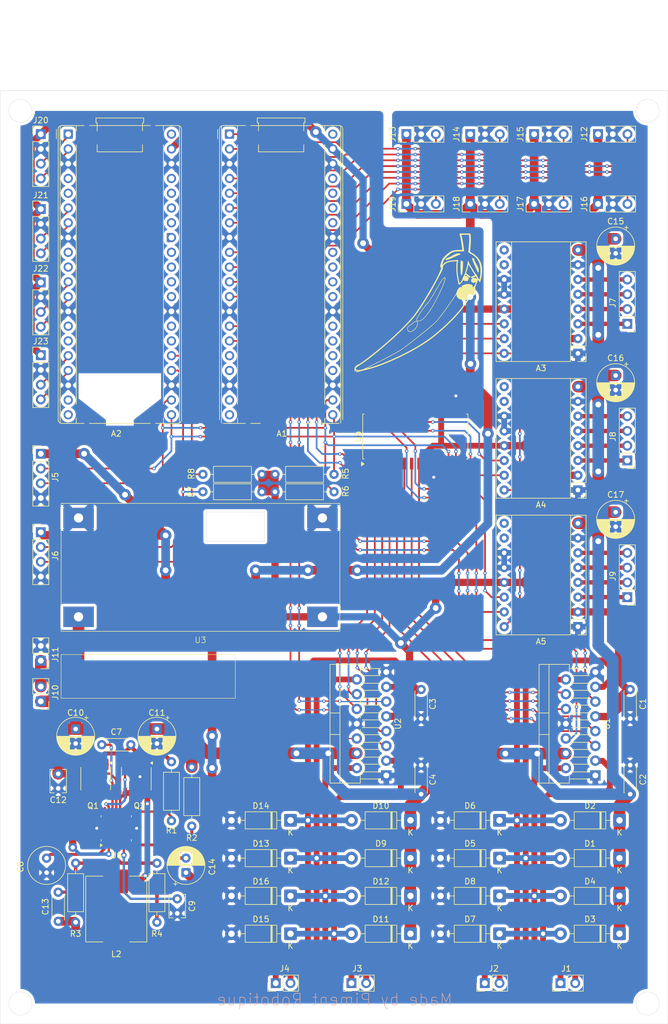
<source format=kicad_pcb>
(kicad_pcb (version 20241229) (generator "pcbnew") (generator_version "9.0")
  (layers (0 "F.Cu" signal) (2 "B.Cu" signal) (13 "F.Paste" user) (15 "B.Paste" user) (5 "F.SilkS" user "F.Silkscreen") (7 "B.SilkS" user "B.Silkscreen") (1 "F.Mask" user) (3 "B.Mask" user) (25 "Edge.Cuts" user))
  (net 0 "")
  (net 3 "I2C 0 SCL")
  (net 4 "Motor 2 Activation Pin")
  (net 5 "GNDPWR")
  (net 7 "Servo 3 PWM")
  (net 8 "Servo 8 PWM")
  (net 10 "Servo 2 PWM")
  (net 13 "+5VL")
  (net 14 "Servo 7 PWM")
  (net 16 "Servo 4 PWM")
  (net 18 "Servo 5 PWM")
  (net 20 "Motor 1 Activation Pin")
  (net 23 "Servo 1 PWM")
  (net 24 "Servo 6 PWM")
  (net 28 "Motor 3 Activation Pin")
  (net 30 "I2C 0 SDA")
  (net 33 "Motor 4 Activation Pin")
  (net 43 "I2C 1 SCL")
  (net 44 "Codeur 1 Pin 2")
  (net 48 "I2C 1 SDA")
  (net 59 "Codeur 1 Pin 1")
  (net 60 "Net-(A3-1A)")
  (net 61 "Net-(A3-1B)")
  (net 62 "Stepper 3 Sleep")
  (net 63 "Net-(A3-2A)")
  (net 64 "Steppers Dir")
  (net 65 "Stepper 3 Step")
  (net 66 "+12V")
  (net 67 "Net-(A3-2B)")
  (net 68 "Codeur 2 Pin 1")
  (net 70 "Net-(A4-1B)")
  (net 71 "Codeur 2 Pin 2")
  (net 72 "Stepper 1 Sleep")
  (net 73 "Net-(A4-2A)")
  (net 74 "Net-(A4-1A)")
  (net 75 "Codeur 3 Pin 2")
  (net 77 "Net-(A4-2B)")
  (net 78 "Stepper 1 Step")
  (net 80 "Codeur 3 Pin 1")
  (net 81 "Stepper 2 Sleep")
  (net 82 "Net-(A5-1B)")
  (net 83 "Net-(A5-1A)")
  (net 84 "Net-(A5-2A)")
  (net 85 "Stepper 2 Step")
  (net 86 "Codeur 4 Pin 1")
  (net 88 "Net-(A5-2B)")
  (net 89 "Net-(U6-SW)")
  (net 90 "Net-(U6-BST)")
  (net 91 "Net-(U6-VCC)")
  (net 92 "Net-(U6-SS)")
  (net 93 "Net-(U6-FB)")
  (net 94 "+5VP")
  (net 95 "Net-(C14-Pad2)")
  (net 96 "Net-(D1-A)")
  (net 97 "Net-(D2-A)")
  (net 98 "Net-(D3-A)")
  (net 99 "Net-(D4-A)")
  (net 100 "Net-(D13-K)")
  (net 101 "Net-(D10-A)")
  (net 102 "Net-(D11-A)")
  (net 103 "Net-(D12-A)")
  (net 104 "Net-(J10-Pin_2)")
  (net 105 "Net-(Q1-G)")
  (net 106 "Net-(Q2-G)")
  (net 107 "Net-(U6-ILIM)")
  (net 108 "Net-(U6-RON)")
  (net 109 "Motor 1 Direction Pin 2")
  (net 110 "Motor 1 Direction Pin 1")
  (net 111 "Motor 2 Direction Pin 2")
  (net 112 "Motor 2 Direction Pin 1")
  (net 113 "Motor 4 Direction Pin 2")
  (net 114 "Motor 3 Direction Pin 1")
  (net 115 "Motor 3 Direction Pin 2")
  (net 116 "Motor 4 Direction Pin 1")
  (net 123 "Codeur 4 Pin 2")
  (footprint "Connector_PinHeader_2.54mm:PinHeader_1x02_P2.54mm_Vertical" (layer "F.Cu") (at 235.5 218 90)
    (property "Reference" "J3")
    (property "Value" "Motor 2 Conn")
  )
  (footprint "Inductor_SMD:L_APV_APH1040" (layer "F.Cu") (at 195 205.25 -90)
    (property "Reference" "L2")
    (property "Value" "1.8uH")
  )
  (footprint "Connector_PinHeader_2.54mm:PinHeader_1x04_P2.54mm_Vertical" (layer "F.Cu") (at 182 97.5)
    (property "Reference" "J22")
    (property "Value" "Motor 3 Encoder")
  )
  (footprint "Connector_PinHeader_2.54mm:PinHeader_1x04_P2.54mm_Vertical" (layer "F.Cu") (at 182 110)
    (property "Reference" "J23")
    (property "Value" "Motor 4 Encoder")
  )
  (footprint "Capacitor_THT:C_Radial_D6.3mm_H5.0mm_P2.50mm" (layer "F.Cu") (at 183 196.5 -90)
    (property "Reference" "C8")
    (property "Value" "2.2uF")
  )
  (footprint "Module:Pololu_Breakout-16_15.2x20.3mm" (layer "F.Cu") (at 274.5 109.7 180)
    (property "Reference" "A3")
    (property "Value" "Pololu_Breakout_A4988")
  )
  (footprint "Package_SO:SOIC-8_3.9x4.9mm_P1.27mm" (layer "F.Cu") (at 198.45 182.8375 -90)
    (property "Reference" "Q2")
    (property "Value" "IRF8714PBF")
  )
  (footprint "Resistor_THT:R_Axial_DIN0207_L6.3mm_D2.5mm_P10.16mm_Horizontal" (layer "F.Cu") (at 208 180.84 -90)
    (property "Reference" "R2")
    (property "Value" "82.5kΩ")
  )
  (footprint "Diode_THT:D_DO-41_SOD81_P10.16mm_Horizontal" (layer "F.Cu") (at 281.66 209.5 180)
    (property "Reference" "D3")
    (property "Value" "1N4007")
  )
  (footprint "Connector_PinHeader_2.54mm:PinHeader_1x03_P2.54mm_Vertical" (layer "F.Cu") (at 277.96 72 90)
    (property "Reference" "J12")
    (property "Value" "Servo 4 Conn")
  )
  (footprint "Diode_THT:D_DO-41_SOD81_P10.16mm_Horizontal" (layer "F.Cu") (at 261 196.5 180)
    (property "Reference" "D5")
    (property "Value" "1N4007")
  )
  (footprint "Connector_PinHeader_2.54mm:PinHeader_1x04_P2.54mm_Vertical" (layer "F.Cu") (at 283 151.62 180)
    (property "Reference" "J9")
    (property "Value" "Stepper 3 Conn")
  )
  (footprint "Diode_THT:D_DO-41_SOD81_P10.16mm_Horizontal" (layer "F.Cu") (at 225 209.5 180)
    (property "Reference" "D15")
    (property "Value" "1N4007")
  )
  (footprint "Connector_PinHeader_2.54mm:PinHeader_1x04_P2.54mm_Vertical" (layer "F.Cu") (at 182 140.46)
    (property "Reference" "J6")
    (property "Value" "I2C 1 Conn")
  )
  (footprint "Module:RaspberryPi_Pico_Common_THT" (layer "F.Cu") (at 186.72 72)
    (property "Reference" "A2")
    (property "Value" "RaspberryPi_Pico_W")
  )
  (footprint "Connector_PinHeader_2.54mm:PinHeader_1x03_P2.54mm_Vertical" (layer "F.Cu") (at 244.96 72 90)
    (property "Reference" "J13")
    (property "Value" "Servo 1 Conn")
  )
  (footprint "LOGO" (layer "F.Cu") (at 247 101)
    (property "Reference" "G***")
    (property "Value" "LOGO" (hide yes))
  )
  (footprint "Capacitor_THT:C_Disc_D4.3mm_W1.9mm_P5.00mm" (layer "F.Cu") (at 185 207.3625 90)
    (property "Reference" "C13")
    (property "Value" "120pF")
  )
  (footprint "Package_SO:HTSSOP-14-1EP_4.4x5mm_P0.65mm_EP3.4x5mm_Mask3x3.1mm" (layer "F.Cu") (at 195 191.3625 90)
    (property "Reference" "U6")
    (property "Value" "LM3150MH")
  )
  (footprint "Module:Pololu_Breakout-16_15.2x20.3mm" (layer "F.Cu") (at 274.5 133.2 180)
    (property "Reference" "A4")
    (property "Value" "Pololu_Breakout_A4988")
  )
  (footprint "Connector_PinHeader_2.54mm:PinHeader_1x03_P2.54mm_Vertical" (layer "F.Cu") (at 255.96 72 90)
    (property "Reference" "J14")
    (property "Value" "Servo 2 Conn")
  )
  (footprint "Connector_PinHeader_2.54mm:PinHeader_1x02_P2.54mm_Vertical" (layer "F.Cu") (at 258.46 218 90)
    (property "Reference" "J2")
    (property "Value" "Motor 1 Conn")
  )
  (footprint "Connector_PinHeader_2.54mm:PinHeader_1x02_P2.54mm_Vertical" (layer "F.Cu") (at 271.5 218 90)
    (property "Reference" "J1")
    (property "Value" "Motor 0 Conn")
  )
  (footprint "Capacitor_THT:C_Disc_D4.3mm_W1.9mm_P5.00mm" (layer "F.Cu") (at 283.5 180.5 -90)
    (property "Reference" "C2")
    (property "Value" "100nF")
  )
  (footprint "Diode_THT:D_DO-41_SOD81_P10.16mm_Horizontal" (layer "F.Cu") (at 261 203 180)
    (property "Reference" "D8")
    (property "Value" "1N4007")
  )
  (footprint "Capacitor_THT:CP_Radial_D6.3mm_P2.50mm" (layer "F.Cu") (at 281 137 -90)
    (property "Reference" "C17")
    (property "Value" "100uF")
  )
  (footprint "Capacitor_THT:CP_Radial_D6.3mm_P2.50mm" (layer "F.Cu") (at 281 113.5 -90)
    (property "Reference" "C16")
    (property "Value" "100uF")
  )
  (footprint "Diode_THT:D_DO-41_SOD81_P10.16mm_Horizontal" (layer "F.Cu") (at 245.66 203 180)
    (property "Reference" "D12")
    (property "Value" "1N4007")
  )
  (footprint "Diode_THT:D_DO-41_SOD81_P10.16mm_Horizontal" (layer "F.Cu") (at 261 209.5 180)
    (property "Reference" "D7")
    (property "Value" "1N4007")
  )
  (footprint "LM2596S-Module:LM2596S-Module" (layer "F.Cu") (at 209.5 146.5)
    (property "Reference" "U3")
    (property "Value" "~")
    (fp_rect (start 1 -9.5) (end 11 -4.5) (stroke (width 0.05)) (fill no) (layer "Edge.Cuts"))
  )
  (footprint "Diode_THT:D_DO-41_SOD81_P10.16mm_Horizontal" (layer "F.Cu") (at 281.66 190 180)
    (property "Reference" "D2")
    (property "Value" "1N4007")
  )
  (footprint "Package_SO:SOIC-8_3.9x4.9mm_P1.27mm" (layer "F.Cu") (at 191.45 182.8375 -90)
    (property "Reference" "Q1")
    (property "Value" "IRF8714PBF")
  )
  (footprint "Capacitor_THT:CP_Radial_D6.3mm_P2.50mm" (layer "F.Cu") (at 281 90 -90)
    (property "Reference" "C15")
    (property "Value" "100uF")
  )
  (footprint "Connector_PinHeader_2.54mm:PinHeader_1x03_P2.54mm_Vertical" (layer "F.Cu") (at 255.96 84 90)
    (property "Reference" "J18")
    (property "Value" "Servo 7 Conn")
  )
  (footprint "Connector_PinHeader_2.54mm:PinHeader_1x03_P2.54mm_Vertical" (layer "F.Cu") (at 277.96 84 90)
    (property "Reference" "J16")
    (property "Value" "Servo 5 Conn")
  )
  (footprint "Capacitor_THT:CP_Radial_D6.3mm_P2.50mm" (layer "F.Cu") (at 202 174.294888 -90)
    (property "Reference" "C11")
    (property "Value" "10uF")
  )
  (footprint "Capacitor_THT:C_Disc_D4.3mm_W1.9mm_P5.00mm" (layer "F.Cu") (at 247.5 172.5 90)
    (property "Reference" "C3")
    (property "Value" "100nF")
  )
  (footprint "Module:RaspberryPi_Pico_Common_THT" (layer "F.Cu") (at 214.5 72)
    (property "Reference" "A1")
    (property "Value" "RaspberryPi_Pico")
  )
  (footprint "Diode_THT:D_DO-41_SOD81_P10.16mm_Horizontal" (layer "F.Cu") (at 245.66 190 180)
    (property "Reference" "D10")
    (property "Value" "1N4007")
  )
  (footprint "Connector_PinHeader_2.54mm:PinHeader_1x03_P2.54mm_Vertical" (layer "F.Cu") (at 266.96 72 90)
    (property "Reference" "J15")
    (property "Value" "Servo 3 Conn")
  )
  (footprint "Resistor_THT:R_Axial_DIN0207_L6.3mm_D2.5mm_P10.16mm_Horizontal" (layer "F.Cu") (at 222.34 130.5)
    (property "Reference" "R5")
    (property "Value" "4.7kΩ")
  )
  (footprint "Connector_PinHeader_2.54mm:PinHeader_1x02_P2.54mm_Vertical" (layer "F.Cu") (at 182 162.54 180)
    (property "Reference" "J11")
    (property "Value" "BAU")
  )
  (footprint "Diode_THT:D_DO-41_SOD81_P10.16mm_Horizontal" (layer "F.Cu") (at 225 203 180)
    (property "Reference" "D16")
    (property "Value" "1N4007")
  )
  (footprint "Capacitor_THT:C_Disc_D3.8mm_W2.6mm_P2.50mm" (layer "F.Cu") (at 185 182 -90)
    (property "Reference" "C12")
    (property "Value" "100nF")
  )
  (footprint "Capacitor_THT:C_Disc_D4.3mm_W1.9mm_P5.00mm" (layer "F.Cu") (at 283.5 167.5 -90)
    (property "Reference" "C1")
    (property "Value" "100nF")
  )
  (footprint "Package_SO:SOIC-28W_7.5x17.9mm_P1.27mm" (layer "F.Cu") (at 246.5 124 90)
    (property "Reference" "U4")
    (property "Value" "MCP23017_SO")
  )
  (footprint "Connector_PinHeader_2.54mm:PinHeader_1x04_P2.54mm_Vertical" (layer "F.Cu") (at 182 72)
    (property "Reference" "J20")
    (property "Value" "Motor 1 Encoder")
  )
  (footprint "Diode_THT:D_DO-41_SOD81_P10.16mm_Horizontal" (layer "F.Cu") (at 281.66 203 180)
    (property "Reference" "D4")
    (property "Value" "1N4007")
  )
  (footprint "Module:Pololu_Breakout-16_15.2x20.3mm" (layer "F.Cu") (at 274.5 156.7 180)
    (property "Reference" "A5")
    (property "Value" "Pololu_Breakout_A4988")
  )
  (footprint "Connector_PinHeader_2.54mm:PinHeader_1x03_P2.54mm_Vertical" (layer "F.Cu") (at 266.96 84 90)
    (property "Reference" "J17")
    (property "Value" "Servo 6 Conn")
  )
  (footprint "Capacitor_THT:C_Disc_D4.3mm_W1.9mm_P5.00mm" (layer "F.Cu") (at 192.5 177)
    (property "Reference" "C7")
    (property "Value" "470nF")
  )
  (footprint "Diode_THT:D_DO-41_SOD81_P10.16mm_Horizontal" (layer "F.Cu") (at 281.66 196.5 180)
    (property "Reference" "D1")
    (property "Value" "1N4007")
  )
  (footprint "Resistor_THT:R_Axial_DIN0207_L6.3mm_D2.5mm_P10.16mm_Horizontal" (layer "F.Cu") (at 222.34 133.5)
    (property "Reference" "R6")
    (property "Value" "4.7kΩ")
  )
  (footprint "Diode_THT:D_DO-41_SOD81_P10.16mm_Horizontal" (layer "F.Cu") (at 245.66 196.5 180)
    (property "Reference" "D9")
    (property "Value" "1N4007")
  )
  (footprint "Resistor_THT:R_Axial_DIN0207_L6.3mm_D2.5mm_P10.16mm_Horizontal" (layer "F.Cu") (at 220.08 133.5 180)
    (property "Reference" "R7")
    (property "Value" "4.7kΩ")
  )
  (footprint "Resistor_THT:R_Axial_DIN0207_L6.3mm_D2.5mm_P10.16mm_Horizontal" (layer "F.Cu") (at 202 197.3625 -90)
    (property "Reference" "R4")
    (property "Value" "10kΩ")
  )
  (footprint "Capacitor_THT:CP_Radial_D6.3mm_P2.50mm" (layer "F.Cu") (at 207 199 90)
    (property "Reference" "C14")
    (property "Value" "120uF")
  )
  (footprint "Package_TO_SOT_THT:TO-220-15_P2.54x5.08mm_StaggerOdd_Lead4.58mm_Vertical" (layer "F.Cu") (at 277.5 182.28 90)
    (property "Reference" "U1")
    (property "Value" "L298HN")
  )
  (footprint "Capacitor_THT:C_Disc_D4.3mm_W1.9mm_P5.00mm" (layer "F.Cu") (at 247.5 185.5 90)
    (property "Reference" "C4")
    (property "Value" "100nF")
  )
  (footprint "Resistor_THT:R_Axial_DIN0207_L6.3mm_D2.5mm_P10.16mm_Horizontal" (layer "F.Cu") (at 188 197.3625 -90)
    (property "Reference" "R3")
    (property "Value" "73.2kΩ")
  )
  (footprint "Capacitor_THT:C_Disc_D3.8mm_W2.6mm_P2.50mm" (layer "F.Cu") (at 205.5 203.5 -90)
    (property "Reference" "C9")
    (property "Value" "15nF")
  )
  (footprint "Connector_PinHeader_2.54mm:PinHeader_1x04_P2.54mm_Vertical" (layer "F.Cu") (at 182 126.96)
    (property "Reference" "J5")
    (property "Value" "I2C 0 Conn")
  )
  (footprint "Diode_THT:D_DO-41_SOD81_P10.16mm_Horizontal" (layer "F.Cu") (at 245.66 209.5 180)
    (property "Reference" "D11")
    (property "Value" "1N4007")
  )
  (footprint "Resistor_THT:R_Axial_DIN0207_L6.3mm_D2.5mm_P10.16mm_Horizontal" (layer "F.Cu") (at 220.08 130.5 180)
    (property "Reference" "R8")
    (property "Value" "4.7kΩ")
  )
  (footprint "Connector_PinHeader_2.54mm:PinHeader_1x04_P2.54mm_Vertical" (layer "F.Cu") (at 182 84.88)
    (property "Reference" "J21")
    (property "Value" "Motor 2 Encoder")
  )
  (footprint "Connector_PinHeader_2.54mm:PinHeader_1x03_P2.54mm_Vertical" (layer "F.Cu") (at 244.96 84 90)
    (property "Reference" "J19")
    (property "Value" "Servo 8 Conn")
  )
  (footprint "Package_TO_SOT_THT:TO-220-15_P2.54x5.08mm_StaggerOdd_Lead4.58mm_Vertical" (layer "F.Cu") (at 241.5 182.28 90)
    (property "Reference" "U2")
    (property "Value" "L298HN")
  )
  (footprint "Diode_THT:D_DO-41_SOD81_P10.16mm_Horizontal" (layer "F.Cu") (at 261 190 180)
    (property "Reference" "D6")
    (property "Value" "1N4007")
  )
  (footprint "Connector_PinHeader_2.54mm:PinHeader_1x04_P2.54mm_Vertical" (layer "F.Cu") (at 283 128.12 180)
    (property "Reference" "J8")
    (property "Value" "Stepper 2 Conn")
  )
  (footprint "Diode_THT:D_DO-41_SOD81_P10.16mm_Horizontal" (layer "F.Cu") (at 225 190 180)
    (property "Reference" "D14")
    (property "Value" "1N4007")
  )
  (footprint "Connector_PinHeader_2.54mm:PinHeader_1x02_P2.54mm_Vertical" (layer "F.Cu") (at 222.46 218 90)
    (property "Reference" "J4")
    (property "Value" "Motor 3 Conn")
  )
  (footprint "Connector_PinHeader_2.54mm:PinHeader_1x04_P2.54mm_Vertical" (layer "F.Cu") (at 283 104.62 180)
    (property "Reference" "J7")
    (property "Value" "Stepper 1 Conn")
  )
  (footprint "Capacitor_THT:CP_Radial_D6.3mm_P2.50mm" (layer "F.Cu") (at 188 174.294888 -90)
    (property "Reference" "C10")
    (property "Value" "10uF")
  )
  (footprint "Diode_THT:D_DO-41_SOD81_P10.16mm_Horizontal" (layer "F.Cu") (at 225 196.5 180)
    (property "Reference" "D13")
    (property "Value" "1N4007")
  )
  (footprint "Resistor_THT:R_Axial_DIN0207_L6.3mm_D2.5mm_P10.16mm_Horizontal" (layer "F.Cu") (at 204.5 190.08 90)
    (property "Reference" "R1")
    (property "Value" "665Ω")
  )
  (footprint "Connector_PinHeader_2.54mm:PinHeader_1x02_P2.54mm_Vertical" (layer "F.Cu") (at 182 169.54 180)
    (property "Reference" "J10")
    (property "Value" "12V Battery")
  )
  (gr_arc (start 259 86.25) (mid 259.707107 86.542893) (end 260 87.25) (stroke (width 0.5)) (layer "B.Cu") (net 5))
  (gr_arc (start 260 161.75) (mid 259.707107 162.457107) (end 259 162.75) (stroke (width 0.5)) (layer "B.Cu") (net 5))
  (gr_arc (start 189.75 162.75) (mid 188.75 161.75) (end 189.75 160.75) (stroke (width 0.5)) (layer "B.Cu") (net 5))
  (gr_arc (start 241.75 88.25) (mid 241.042893 87.957107) (end 240.75 87.25) (stroke (width 0.5)) (layer "B.Cu") (net 5))
  (gr_line (start 215.5 169) (end 185.5 169) (stroke (width 0.08382)) (layer "F.SilkS"))
  (gr_line (start 215.5 161.5) (end 215.5 169) (stroke (width 0.08382)) (layer "F.SilkS"))
  (gr_line (start 185.5 161.5) (end 215.5 161.5) (stroke (width 0.08382)) (layer "F.SilkS"))
  (gr_line (start 185.5 161.5) (end 185.5 169) (stroke (width 0.08382)) (layer "F.SilkS"))
  (gr_circle (center 178.5 221.5) (end 180.5 221.5) (stroke (width 0.05)) (fill no) (layer "Edge.Cuts"))
  (gr_circle (center 178.5 68) (end 180.5 68) (stroke (width 0.05)) (fill no) (layer "Edge.Cuts"))
  (gr_circle (center 286.5 68) (end 288.5 68) (stroke (width 0.05)) (fill no) (layer "Edge.Cuts"))
  (gr_rect (start 175 64.5) (end 290 225) (stroke (width 0.05)) (fill no) (layer "Edge.Cuts"))
  (gr_circle (center 286.5 221.5) (end 288.5 221.5) (stroke (width 0.05)) (fill no) (layer "Edge.Cuts"))
  (gr_text "Made by Piment Robotique" (at 253 222 0) (layer "B.SilkS") (effects (font (size 2 2) (thickness 0.1)) (justify left bottom mirror)))
  (segment (start 203 131) (end 201.96 132.04) (width 0.3) (layer "F.Cu") (net 3))
  (segment (start 252.215 128.65) (end 252.215 126.58) (width 0.3) (layer "F.Cu") (net 3))
  (segment (start 231 132) (end 232.5 133.5) (width 0.3) (layer "F.Cu") (net 3))
  (segment (start 231 122.5) (end 231 118) (width 0.3) (layer "F.Cu") (net 3))
  (segment (start 203.78 117.72) (end 204.5 117.72) (width 0.3) (layer "F.Cu") (net 3))
  (segment (start 231.28 117.72) (end 232.28 117.72) (width 0.3) (layer "F.Cu") (net 3))
  (segment (start 231 125) (end 231 132) (width 0.3) (layer "F.Cu") (net 3))
  (segment (start 203 118.5) (end 203.78 117.72) (width 0.3) (layer "F.Cu") (net 3))
  (segment (start 231 118) (end 231.28 117.72) (width 0.3) (layer "F.Cu") (net 3))
  (segment (start 203 122.5) (end 203 131) (width 0.3) (layer "F.Cu") (net 3))
  (segment (start 201.96 132.04) (end 182 132.04) (width 0.3) (layer "F.Cu") (net 3))
  (segment (start 203 122.5) (end 203 118.5) (width 0.3) (layer "F.Cu") (net 3))
  (segment (start 209.5 122.5) (end 231 122.5) (width 0.3) (layer "F.Cu") (net 3))
  (via (at 209.5 122.5) (size 0.6) (drill 0.3) (layers "F.Cu" "B.Cu") (net 3))
  (via (at 203 122.5) (size 0.6) (drill 0.3) (layers "F.Cu" "B.Cu") (net 3))
  (via (at 231 122.5) (size 0.6) (drill 0.3) (layers "F.Cu" "B.Cu") (net 3))
  (via (at 252.215 126.58) (size 0.6) (drill 0.3) (layers "F.Cu" "B.Cu") (net 3))
  (via (at 231 125) (size 0.6) (drill 0.3) (layers "F.Cu" "B.Cu") (net 3))
  (segment (start 203 122.5) (end 209.5 122.5) (width 0.3) (layer "B.Cu") (net 3))
  (segment (start 231.5 125.5) (end 231 125) (width 0.3) (layer "B.Cu") (net 3))
  (segment (start 252.215 126.58) (end 251.135 125.5) (width 0.3) (layer "B.Cu") (net 3))
  (segment (start 251.135 125.5) (end 231.5 125.5) (width 0.3) (layer "B.Cu") (net 3))
  (segment (start 231 125) (end 231 122.5) (width 0.3) (layer "B.Cu") (net 3))
  (segment (start 229.5 99.5) (end 227.4 97.4) (width 0.3) (layer "F.Cu") (net 4))
  (segment (start 236 129) (end 234 127) (width 0.3) (layer "F.Cu") (net 4))
  (segment (start 255.5 147.5) (end 255.5 144) (width 0.3) (layer "F.Cu") (net 4))
  (segment (start 229.5 121.5) (end 229.5 99.5) (width 0.3) (layer "F.Cu") (net 4))
  (segment (start 275.75 161.25) (end 275.75 160.75) (width 0.3) (layer "F.Cu") (net 4))
  (segment (start 255.5 144) (end 253.5 142) (width 0.3) (layer "F.Cu") (net 4))
  (segment (start 255.5 158) (end 255.5 150.5) (width 0.3) (layer "F.Cu") (net 4))
  (segment (start 275.75 160.75) (end 274 159) (width 0.3) (layer "F.Cu") (net 4))
  (segment (start 236 141) (end 236 129) (width 0.3) (layer "F.Cu") (net 4))
  (segment (start 237 142) (end 236 141) (width 0.3) (layer "F.Cu") (net 4))
  (segment (start 274 159) (end 256.5 159) (width 0.3) (layer "F.Cu") (net 4))
  (segment (start 253.5 142) (end 248 142) (width 0.3) (layer "F.Cu") (net 4))
  (segment (start 256.5 159) (end 255.5 158) (width 0.3) (layer "F.Cu") (net 4))
  (segment (start 275.75 163.75) (end 275.75 167.86) (width 0.3) (layer "F.Cu") (net 4))
  (segment (start 275.75 167.86) (end 277.5 169.61) (width 0.3) (layer "F.Cu") (net 4))
  (segment (start 227.4 97.4) (end 214.5 97.4) (width 0.3) (layer "F.Cu") (net 4))
  (segment (start 234 127) (end 233.5 127) (width 0.3) (layer "F.Cu") (net 4))
  (via (at 233.5 127) (size 0.6) (drill 0.3) (layers "F.Cu" "B.Cu") (net 4))
  (via (at 229.5 121.5) (size 0.6) (drill 0.3) (layers "F.Cu" "B.Cu") (net 4))
  (via (at 255.5 147.5) (size 0.6) (drill 0.3) (layers "F.Cu" "B.Cu") (net 4))
  (via (at 275.75 161.25) (size 0.6) (drill 0.3) (layers "F.Cu" "B.Cu") (net 4))
  (via (at 275.75 163.75) (size 0.6) (drill 0.3) (layers "F.Cu" "B.Cu") (net 4))
  (via (at 237 142) (size 0.6) (drill 0.3) (layers "F.Cu" "B.Cu") (net 4))
  (via (at 248 142) (size 0.6) (drill 0.3) (layers "F.Cu" "B.Cu") (net 4))
  (via (at 255.5 150.5) (size 0.6) (drill 0.3) (layers "F.Cu" "B.Cu") (net 4))
  (segment (start 230.5 127) (end 233.5 127) (width 0.3) (layer "B.Cu") (net 4))
  (segment (start 255.5 150.5) (end 255.5 147.5) (width 0.3) (layer "B.Cu") (net 4))
  (segment (start 229.5 126) (end 230.5 127) (width 0.3) (layer "B.Cu") (net 4))
  (segment (start 275.75 161.25) (end 275.75 163.75) (width 0.3) (layer "B.Cu") (net 4))
  (segment (start 229.5 121.5) (end 229.5 126) (width 0.3) (layer "B.Cu") (net 4))
  (segment (start 237 142) (end 248 142) (width 0.3) (layer "B.Cu") (net 4))
  (segment (start 195.65 192.0125) (end 195 191.3625) (width 0.5) (layer "F.Cu") (net 5))
  (segment (start 199.085 180.3625) (end 197.815 180.3625) (width 1) (layer "F.Cu") (net 5))
  (segment (start 196.3 190.0625) (end 195 191.3625) (width 0.5) (layer "F.Cu") (net 5))
  (segment (start 195 191.3625) (end 194.3625 191.3625) (width 0.5) (layer "F.Cu") (net 5))
  (segment (start 193.05 190.05) (end 193.05 188.5) (width 0.5) (layer "F.Cu") (net 5))
  (segment (start 195 191.3625) (end 191.6375 191.3625) (width 1) (layer "F.Cu") (net 5))
  (segment (start 196.3 188.5) (end 196.3 190.0625) (width 0.5) (layer "F.Cu") (net 5))
  (segment (start 200.355 180.3625) (end 199.085 180.3625) (width 1) (layer "F.Cu") (net 5))
  (segment (start 249.675 128.65) (end 249.675 131) (width 1) (layer "F.Cu") (net 5))
  (segment (start 195.65 194.225) (end 195.65 192.0125) (width 0.5) (layer "F.Cu") (net 5))
  (segment (start 253.485 119.35) (end 252.215 119.35) (width 0.6) (layer "F.Cu") (net 5))
  (segment (start 254.755 119.35) (end 253.485 119.35) (width 0.6) (layer "F.Cu") (net 5))
  (segment (start 195 191.3625) (end 198.5 191.3625) (width 1) (layer "F.Cu") (net 5))
  (segment (start 194.3625 191.3625) (end 193.05 190.05) (width 0.5) (layer "F.Cu") (net 5))
  (segment (start 253.485 119.35) (end 253.485 117.015) (width 0.6) (layer "F.Cu") (net 5))
  (segment (start 199.085 182.5) (end 199.085 180.3625) (width 1) (layer "F.Cu") (net 5))
  (via (at 198.5 191.3625) (size 1) (drill 0.5) (layers "F.Cu" "B.Cu") (net 5))
  (via (at 191.6375 191.3625) (size 1) (drill 0.5) (layers "F.Cu" "B.Cu") (net 5))
  (via (at 199.085 182.5) (size 1) (drill 0.5) (layers "F.Cu" "B.Cu") (net 5))
  (via (at 253.485 117.015) (size 1) (drill 0.5) (layers "F.Cu" "B.Cu") (net 5))
  (via (at 249.675 131) (size 1) (drill 0.5) (layers "F.Cu" "B.Cu") (net 5))
  (segment (start 222.616 79.62) (end 214.5 79.62) (width 0.3) (layer "F.Cu") (net 7))
  (segment (start 243.5 76.5) (end 236 76.5) (width 0.3) (layer "F.Cu") (net 7))
  (segment (start 265.5 76.5) (end 257.5 76.5) (width 0.3) (layer "F.Cu") (net 7))
  (segment (start 224 78.236) (end 222.616 79.62) (width 0.3) (layer "F.Cu") (net 7))
  (segment (start 272.04 75.46) (end 271 76.5) (width 0.3) (layer "F.Cu") (net 7))
  (segment (start 234.264 78.236) (end 224 78.236) (width 0.3) (layer "F.Cu") (net 7))
  (segment (start 254.5 76.5) (end 246.5 76.5) (width 0.3) (layer "F.Cu") (net 7))
  (segment (start 271 76.5) (end 268.5 76.5) (width 0.3) (layer "F.Cu") (net 7))
  (segment (start 272.04 72) (end 272.04 75.46) (width 0.3) (layer "F.Cu") (net 7))
  (segment (start 236 76.5) (end 234.264 78.236) (width 0.3) (layer "F.Cu") (net 7))
  (via (at 254.5 76.5) (size 0.6) (drill 0.3) (layers "F.Cu" "B.Cu") (net 7))
  (via (at 268.5 76.5) (size 0.6) (drill 0.3) (layers "F.Cu" "B.Cu") (net 7))
  (via (at 257.5 76.5) (size 0.6) (drill 0.3) (layers "F.Cu" "B.Cu") (net 7))
  (via (at 243.5 76.5) (size 0.6) (drill 0.3) (layers "F.Cu" "B.Cu") (net 7))
  (via (at 265.5 76.5) (size 0.6) (drill 0.3) (layers "F.Cu" "B.Cu") (net 7))
  (via (at 246.5 76.5) (size 0.6) (drill 0.3) (layers "F.Cu" "B.Cu") (net 7))
  (segment (start 246.5 76.5) (end 243.5 76.5) (width 0.3) (layer "B.Cu") (net 7))
  (segment (start 268.5 76.5) (end 265.5 76.5) (width 0.3) (layer "B.Cu") (net 7))
  (segment (start 257.5 76.5) (end 254.5 76.5) (width 0.3) (layer "B.Cu") (net 7))
  (segment (start 250.04 82.54) (end 250.04 84) (width 0.3) (layer "F.Cu") (net 8))
  (segment (start 233.831 91.169) (end 224 91.169) (width 0.3) (layer "F.Cu") (net 8))
  (segment (start 246.5 81.5) (end 249 81.5) (width 0.3) (layer "F.Cu") (net 8))
  (segment (start 220.309 94.86) (end 214.5 94.86) (width 0.3) (layer "F.Cu") (net 8))
  (segment (start 224 91.169) (end 220.309 94.86) (width 0.3) (layer "F.Cu") (net 8))
  (segment (start 249 81.5) (end 250.04 82.54) (width 0.3) (layer "F.Cu") (net 8))
  (segment (start 243.5 81.5) (end 233.831 91.169) (width 0.3) (layer "F.Cu") (net 8))
  (via (at 246.5 81.5) (size 0.6) (drill 0.3) (layers "F.Cu" "B.Cu") (net 8))
  (via (at 243.5 81.5) (size 0.6) (drill 0.3) (layers "F.Cu" "B.Cu") (net 8))
  (segment (start 246.5 81.5) (end 243.5 81.5) (width 0.3) (layer "B.Cu") (net 8))
  (segment (start 234.5 75.5) (end 234.076 75.924) (width 0.3) (layer "F.Cu") (net 10))
  (segment (start 243.5 75.5) (end 234.5 75.5) (width 0.3) (layer "F.Cu") (net 10))
  (segment (start 222.54 74.54) (end 214.5 74.54) (width 0.3) (layer "F.Cu") (net 10))
  (segment (start 254.5 75.5) (end 246.5 75.5) (width 0.3) (layer "F.Cu") (net 10))
  (segment (start 260 75.5) (end 261.04 74.46) (width 0.3) (layer "F.Cu") (net 10))
  (segment (start 223.924 75.924) (end 222.54 74.54) (width 0.3) (layer "F.Cu") (net 10))
  (segment (start 261.04 74.46) (end 261.04 72) (width 0.3) (layer "F.Cu") (net 10))
  (segment (start 257.5 75.5) (end 260 75.5) (width 0.3) (layer "F.Cu") (net 10))
  (segment (start 234.076 75.924) (end 223.924 75.924) (width 0.3) (layer "F.Cu") (net 10))
  (via (at 254.5 75.5) (size 0.6) (drill 0.3) (layers "F.Cu" "B.Cu") (net 10))
  (via (at 243.5 75.5) (size 0.6) (drill 0.3) (layers "F.Cu" "B.Cu") (net 10))
  (via (at 257.5 75.5) (size 0.6) (drill 0.3) (layers "F.Cu" "B.Cu") (net 10))
  (via (at 246.5 75.5) (size 0.6) (drill 0.3) (layers "F.Cu" "B.Cu") (net 10))
  (segment (start 246.5 75.5) (end 243.5 75.5) (width 0.3) (layer "B.Cu") (net 10))
  (segment (start 257.5 75.5) (end 254.5 75.5) (width 0.3) (layer "B.Cu") (net 10))
  (segment (start 180.324 73.676) (end 180.324 83.204) (width 1.25) (layer "F.Cu") (net 13))
  (segment (start 180.324 86.556) (end 180.324 95.824) (width 1.25) (layer "F.Cu") (net 13))
  (segment (start 250 152) (end 252.92 149.08) (width 1.25) (layer "F.Cu") (net 13))
  (segment (start 245.5 166.28) (end 246.72 167.5) (width 1.25) (layer "F.Cu") (net 13))
  (segment (start 265.08 149.08) (end 270.16 144) (width 1.25) (layer "F.Cu") (net 13))
  (segment (start 274.5 130.66) (end 270.16 130.66) (width 1.25) (layer "F.Cu") (net 13))
  (segment (start 222.34 130.5) (end 222.34 131.24) (width 1.25) (layer "F.Cu") (net 13))
  (segment (start 245.5 171) (end 244.38 172.12) (width 1.25) (layer "F.Cu") (net 13))
  (segment (start 270.16 154.16) (end 265.08 149.08) (width 1.25) (layer "F.Cu") (net 13))
  (segment (start 244.38 172.12) (end 241.5 172.12) (width 1.25) (layer "F.Cu") (net 13))
  (segment (start 280.2 172.15) (end 281.5 170.85) (width 1.25) (layer "F.Cu") (net 13))
  (segment (start 250.945 119.35) (end 250.945 125.58) (width 1) (layer "F.Cu") (net 13))
  (segment (start 261.8 102.08) (end 265.08 102.08) (width 1.25) (layer "F.Cu") (net 13))
  (segment (start 283 167.5) (end 283.5 167.5) (width 1.25) (layer "F.Cu") (net 13))
  (segment (start 182 84.88) (end 180.324 86.556) (width 1.25) (layer "F.Cu") (net 13))
  (segment (start 270.16 120.5) (end 265.08 125.58) (width 1.25) (layer "F.Cu") (net 13))
  (segment (start 230.5 155) (end 223 155) (width 1.25) (layer "F.Cu") (net 13))
  (segment (start 227.74 70) (end 209.04 70) (width 1.25) (layer "F.Cu") (net 13))
  (segment (start 270.16 130.66) (end 265.08 125.58) (width 1.25) (layer "F.Cu") (net 13))
  (segment (start 265.08 149.08) (end 261.8 149.08) (width 1.25) (layer "F.Cu") (net 13))
  (segment (start 274.5 154.16) (end 280.16 154.16) (width 1.25) (layer "F.Cu") (net 13))
  (segment (start 245.5 168.72) (end 245.5 171) (width 1.25) (layer "F.Cu") (net 13))
  (segment (start 180.324 83.204) (end 182 84.88) (width 1.25) (layer "F.Cu") (net 13))
  (segment (start 222.34 133.5) (end 222.34 132.76) (width 1.25) (layer "F.Cu") (net 13))
  (segment (start 252.92 149.08) (end 261.8 149.08) (width 1.25) (layer "F.Cu") (net 13))
  (segment (start 222.34 133.5) (end 222.34 130.5) (width 1.25) (layer "F.Cu") (net 13))
  (segment (start 245.5 161) (end 245.5 166.28) (width 1.25) (layer "F.Cu") (net 13))
  (segment (start 229.37 71.63) (end 227.74 70) (width 1.25) (layer "F.Cu") (net 13))
  (segment (start 248.83 102.08) (end 261.8 102.08) (width 1.25) (layer "F.Cu") (net 13))
  (segment (start 277.34 172.15) (end 280.2 172.15) (width 1.25) (layer "F.Cu") (net 13))
  (segment (start 222.34 131.24) (end 220.08 133.5) (width 1.25) (layer "F.Cu") (net 13))
  (segment (start 220.08 133.5) (end 220.08 130.5) (width 1.25) (layer "F.Cu") (net 13))
  (segment (start 270.16 130.66) (end 270.16 144) (width 1.25) (layer "F.Cu") (net 13))
  (segment (start 222.34 133.5) (end 220.08 133.5) (width 1.25) (layer "F.Cu") (net 13))
  (segment (start 249.515 125.58) (end 248.405 126.69) (width 1) (layer "F.Cu") (net 13))
  (segment (start 180.324 95.824) (end 182 97.5) (width 1.25) (layer "F.Cu") (net 13))
  (segment (start 248.405 126.69) (end 248.405 128.65) (width 1) (layer "F.Cu") (net 13))
  (segment (start 209.04 70) (end 184 70) (width 1.25) (layer "F.Cu") (net 13))
  (segment (start 281.5 166) (end 283 167.5) (width 1.25) (layer "F.Cu") (net 13))
  (segment (start 265.08 125.58) (end 261.8 125.58) (width 1.25) (layer "F.Cu") (net 13))
  (segment (start 184 70) (end 182 72) (width 1.25) (layer "F.Cu") (net 13))
  (segment (start 250 153.5) (end 250 152) (width 1.25) (layer "F.Cu") (net 13))
  (segment (start 280.16 154.16) (end 281.5 155.5) (width 1.25) (layer "F.Cu") (net 13))
  (segment (start 246.72 167.5) (end 245.5 168.72) (width 1.25) (layer "F.Cu") (net 13))
  (segment (start 270.16 107.16) (end 270.16 120.5) (width 1.25) (layer "F.Cu") (net 13))
  (segment (start 270.16 107.16) (end 274.5 107.16) (width 1.25) (layer "F.Cu") (net 13))
  (segment (start 223 155) (end 222.34 154.34) (width 1.25) (layer "F.Cu") (net 13))
  (segment (start 182 72) (end 180.324 73.676) (width 1.25) (layer "F.Cu") (net 13))
  (segment (start 220.08 130.5) (end 222.34 130.5) (width 1.25) (layer "F.Cu") (net 13))
  (segment (start 261.8 125.58) (end 249.515 125.58) (width 1) (layer "F.Cu") (net 13))
  (segment (start 237.5 90.75) (end 248.83 102.08) (width 1.25) (layer "F.Cu") (net 13))
  (segment (start 274.5 154.16) (end 270.16 154.16) (width 1.25) (layer "F.Cu") (net 13))
  (segment (start 281.5 170.85) (end 281.5 169) (width 1.25) (layer "F.Cu") (net 13))
  (segment (start 281.5 155.5) (end 281.5 166) (width 1.25) (layer "F.Cu") (net 13))
  (segment (start 209.04 70) (end 204.5 74.54) (width 1.25) (layer "F.Cu") (net 13))
  (segment (start 246.72 167.5) (end 247.5 167.5) (width 1.25) (layer "F.Cu") (net 13))
  (segment (start 244 159.5) (end 245.5 161) (width 1.25) (layer "F.Cu") (net 13))
  (segment (start 180.324 108.324) (end 182 110) (width 1.25) (layer "F.Cu") (net 13))
  (segment (start 182 97.5) (end 180.324 99.176) (width 1.25) (layer "F.Cu") (net 13))
  (segment (start 222.34 132.76) (end 220.08 130.5) (width 1.25) (layer "F.Cu") (net 13))
  (segment (start 265.08 102.08) (end 270.16 107.16) (width 1.25) (layer "F.Cu") (net 13))
  (segment (start 222.34 154.34) (end 222.34 133.5) (width 1.25) (layer "F.Cu") (net 13))
  (segment (start 180.324 99.176) (end 180.324 108.324) (width 1.25) (layer "F.Cu") (net 13))
  (segment (start 281.5 169) (end 283 167.5) (width 1.25) (layer "F.Cu") (net 13))
  (via (at 229.37 71.63) (size 2) (drill 1) (layers "F.Cu" "B.Cu") (net 13))
  (via (at 237.5 90.75) (size 2) (drill 1) (layers "F.Cu" "B.Cu") (net 13))
  (via (at 244 159.5) (size 2) (drill 1) (layers "F.Cu" "B.Cu") (net 13))
  (via (at 250 153.5) (size 2) (drill 1) (layers "F.Cu" "B.Cu") (net 13))
  (segment (start 237.5 79.76) (end 232.28 74.54) (width 1.25) (layer "B.Cu") (net 13))
  (segment (start 237.5 90.75) (end 237.5 79.76) (width 1.25) (layer "B.Cu") (net 13))
  (segment (start 244 159.5) (end 239.5 155) (width 1.25) (layer "B.Cu") (net 13))
  (segment (start 229.37 71.63) (end 232.28 74.54) (width 1.25) (layer "B.Cu") (net 13))
  (segment (start 250 153.5) (end 244 159.5) (width 1.25) (layer "B.Cu") (net 13))
  (segment (start 239.5 155) (end 230.5 155) (width 1.25) (layer "B.Cu") (net 13))
  (segment (start 220.18 92.32) (end 214.5 92.32) (width 0.3) (layer "F.Cu") (net 14))
  (segment (start 234 88.5) (end 224 88.5) (width 0.3) (layer "F.Cu") (net 14))
  (segment (start 261.04 81.54) (end 261.04 84) (width 0.3) (layer "F.Cu") (net 14))
  (segment (start 260 80.5) (end 261.04 81.54) (width 0.3) (layer "F.Cu") (net 14))
  (segment (start 242 80.5) (end 234 88.5) (width 0.3) (layer "F.Cu") (net 14))
  (segment (start 254.5 80.5) (end 246.5 80.5) (width 0.3) (layer "F.Cu") (net 14))
  (segment (start 243.5 80.5) (end 242 80.5) (width 0.3) (layer "F.Cu") (net 14))
  (segment (start 257.5 80.5) (end 260 80.5) (width 0.3) (layer "F.Cu") (net 14))
  (segment (start 224 88.5) (end 220.18 92.32) (width 0.3) (layer "F.Cu") (net 14))
  (via (at 246.5 80.5) (size 0.6) (drill 0.3) (layers "F.Cu" "B.Cu") (net 14))
  (via (at 257.5 80.5) (size 0.6) (drill 0.3) (layers "F.Cu" "B.Cu") (net 14))
  (via (at 243.5 80.5) (size 0.6) (drill 0.3) (layers "F.Cu" "B.Cu") (net 14))
  (via (at 254.5 80.5) (size 0.6) (drill 0.3) (layers "F.Cu" "B.Cu") (net 14))
  (segment (start 257.5 80.5) (end 254.5 80.5) (width 0.3) (layer "B.Cu") (net 14))
  (segment (start 246.5 80.5) (end 243.5 80.5) (width 0.3) (layer "B.Cu") (net 14))
  (segment (start 222.84 82.16) (end 214.5 82.16) (width 0.3) (layer "F.Cu") (net 16))
  (segment (start 243.5 77.5) (end 237.5 77.5) (width 0.3) (layer "F.Cu") (net 16))
  (segment (start 279.5 77.5) (end 282 77.5) (width 0.3) (layer "F.Cu") (net 16))
  (segment (start 224 81) (end 222.84 82.16) (width 0.3) (layer "F.Cu") (net 16))
  (segment (start 237.5 77.5) (end 234 81) (width 0.3) (layer "F.Cu") (net 16))
  (segment (start 283.04 76.46) (end 283.04 72) (width 0.3) (layer "F.Cu") (net 16))
  (segment (start 276.5 77.5) (end 268.5 77.5) (width 0.3) (layer "F.Cu") (net 16))
  (segment (start 265.5 77.5) (end 257.5 77.5) (width 0.3) (layer "F.Cu") (net 16))
  (segment (start 254.5 77.5) (end 246.5 77.5) (width 0.3) (layer "F.Cu") (net 16))
  (segment (start 234 81) (end 224 81) (width 0.3) (layer "F.Cu") (net 16))
  (segment (start 282 77.5) (end 283.04 76.46) (width 0.3) (layer "F.Cu") (net 16))
  (via (at 268.5 77.5) (size 0.6) (drill 0.3) (layers "F.Cu" "B.Cu") (net 16))
  (via (at 276.5 77.5) (size 0.6) (drill 0.3) (layers "F.Cu" "B.Cu") (net 16))
  (via (at 279.5 77.5) (size 0.6) (drill 0.3) (layers "F.Cu" "B.Cu") (net 16))
  (via (at 243.5 77.5) (size 0.6) (drill 0.3) (layers "F.Cu" "B.Cu") (net 16))
  (via (at 257.5 77.5) (size 0.6) (drill 0.3) (layers "F.Cu" "B.Cu") (net 16))
  (via (at 254.5 77.5) (size 0.6) (drill 0.3) (layers "F.Cu" "B.Cu") (net 16))
  (via (at 265.5 77.5) (size 0.6) (drill 0.3) (layers "F.Cu" "B.Cu") (net 16))
  (via (at 246.5 77.5) (size 0.6) (drill 0.3) (layers "F.Cu" "B.Cu") (net 16))
  (segment (start 246.5 77.5) (end 243.5 77.5) (width 0.3) (layer "B.Cu") (net 16))
  (segment (start 257.5 77.5) (end 254.5 77.5) (width 0.3) (layer "B.Cu") (net 16))
  (segment (start 279.5 77.5) (end 276.5 77.5) (width 0.3) (layer "B.Cu") (net 16))
  (segment (start 268.5 77.5) (end 265.5 77.5) (width 0.3) (layer "B.Cu") (net 16))
  (segment (start 276.5 78.5) (end 268.5 78.5) (width 0.3) (layer "F.Cu") (net 18))
  (segment (start 224 83.5) (end 222.8 84.7) (width 0.3) (layer "F.Cu") (net 18))
  (segment (start 265.5 78.5) (end 257.5 78.5) (width 0.3) (layer "F.Cu") (net 18))
  (segment (start 254.5 78.5) (end 246.5 78.5) (width 0.3) (layer "F.Cu") (net 18))
  (segment (start 243.5 78.5) (end 239 78.5) (width 0.3) (layer "F.Cu") (net 18))
  (segment (start 282 78.5) (end 283.04 79.54) (width 0.3) (layer "F.Cu") (net 18))
  (segment (start 239 78.5) (end 234 83.5) (width 0.3) (layer "F.Cu") (net 18))
  (segment (start 283.04 79.54) (end 283.04 84) (width 0.3) (layer "F.Cu") (net 18))
  (segment (start 234 83.5) (end 224 83.5) (width 0.3) (layer "F.Cu") (net 18))
  (segment (start 222.8 84.7) (end 214.5 84.7) (width 0.3) (layer "F.Cu") (net 18))
  (segment (start 279.5 78.5) (end 282 78.5) (width 0.3) (layer "F.Cu") (net 18))
  (via (at 257.5 78.5) (size 0.6) (drill 0.3) (layers "F.Cu" "B.Cu") (net 18))
  (via (at 254.5 78.5) (size 0.6) (drill 0.3) (layers "F.Cu" "B.Cu") (net 18))
  (via (at 265.5 78.5) (size 0.6) (drill 0.3) (layers "F.Cu" "B.Cu") (net 18))
  (via (at 279.5 78.5) (size 0.6) (drill 0.3) (layers "F.Cu" "B.Cu") (net 18))
  (via (at 276.5 78.5) (size 0.6) (drill 0.3) (layers "F.Cu" "B.Cu") (net 18))
  (via (at 268.5 78.5) (size 0.6) (drill 0.3) (layers "F.Cu" "B.Cu") (net 18))
  (via (at 243.5 78.5) (size 0.6) (drill 0.3) (layers "F.Cu" "B.Cu") (net 18))
  (via (at 246.5 78.5) (size 0.6) (drill 0.3) (layers "F.Cu" "B.Cu") (net 18))
  (segment (start 268.5 78.5) (end 265.5 78.5) (width 0.3) (layer "B.Cu") (net 18))
  (segment (start 246.5 78.5) (end 243.5 78.5) (width 0.3) (layer "B.Cu") (net 18))
  (segment (start 279.5 78.5) (end 276.5 78.5) (width 0.3) (layer "B.Cu") (net 18))
  (segment (start 257.5 78.5) (end 254.5 78.5) (width 0.3) (layer "B.Cu") (net 18))
  (segment (start 274.25 161) (end 273.75 160.5) (width 0.3) (layer "F.Cu") (net 20))
  (segment (start 236.5 143.5) (end 234.5 141.5) (width 0.3) (layer "F.Cu") (net 20))
  (segment (start 254 144.5) (end 253 143.5) (width 0.3) (layer "F.Cu") (net 20))
  (segment (start 228 101) (end 226.94 99.94) (width 0.3) (layer "F.Cu") (net 20))
  (segment (start 226.94 99.94) (end 214.5 99.94) (width 0.3) (layer "F.Cu") (net 20))
  (segment (start 273.75 160.5) (end 256 160.5) (width 0.3) (layer "F.Cu") (net 20))
  (segment (start 233.5 128.520237) (end 233.5 128.5) (width 0.2) (layer "F.Cu") (net 20))
  (segment (start 254 158.5) (end 254 150.545622) (width 0.3) (layer "F.Cu") (net 20))
  (segment (start 274.25 163.75) (end 274.25 170.5) (width 0.3) (layer "F.Cu") (net 20))
  (segment (start 234.5 129.520237) (end 233.5 128.520237) (width 0.3) (layer "F.Cu") (net 20))
  (segment (start 256 160.5) (end 254 158.5) (width 0.3) (layer "F.Cu") (net 20))
  (segment (start 274.25 161.25) (end 274.25 161) (width 0.3) (layer "F.Cu") (net 20))
  (segment (start 253 143.5) (end 248 143.5) (width 0.3) (layer "F.Cu") (net 20))
  (segment (start 254 147.5) (end 254 144.5) (width 0.3) (layer "F.Cu") (net 20))
  (segment (start 228 121.5) (end 228 101) (width 0.3) (layer "F.Cu") (net 20))
  (segment (start 237 143.5) (end 236.5 143.5) (width 0.3) (layer "F.Cu") (net 20))
  (segment (start 234.5 141.5) (end 234.5 129.520237) (width 0.3) (layer "F.Cu") (net 20))
  (via (at 254 150.545622) (size 0.6) (drill 0.3) (layers "F.Cu" "B.Cu") (net 20))
  (via (at 228 121.5) (size 0.6) (drill 0.3) (layers "F.Cu" "B.Cu") (net 20))
  (via (at 254 147.5) (size 0.6) (drill 0.3) (layers "F.Cu" "B.Cu") (net 20))
  (via (at 274.25 161.25) (size 0.6) (drill 0.3) (layers "F.Cu" "B.Cu") (net 20))
  (via (at 248 143.5) (size 0.6) (drill 0.3) (layers "F.Cu" "B.Cu") (net 20))
  (via (at 274.25 170.5) (size 0.6) (drill 0.3) (layers "F.Cu" "B.Cu") (net 20))
  (via (at 233.5 128.5) (size 0.6) (drill 0.3) (layers "F.Cu" "B.Cu") (net 20))
  (via (at 274.25 163.75) (size 0.6) (drill 0.3) (layers "F.Cu" "B.Cu") (net 20))
  (via (at 237 143.5) (size 0.6) (drill 0.3) (layers "F.Cu" "B.Cu") (net 20))
  (segment (start 274.25 170.5) (end 274.25 175) (width 0.3) (layer "B.Cu") (net 20))
  (segment (start 254 150.545622) (end 254 147.5) (width 0.3) (layer "B.Cu") (net 20))
  (segment (start 237 143.5) (end 248 143.5) (width 0.3) (layer "B.Cu") (net 20))
  (segment (start 274.25 161.25) (end 274.25 163.75) (width 0.3) (layer "B.Cu") (net 20))
  (segment (start 273.29 175.96) (end 272.42 175.96) (width 0.3) (layer "B.Cu") (net 20))
  (segment (start 228 126.5) (end 230 128.5) (width 0.3) (layer "B.Cu") (net 20))
  (segment (start 274.25 175) (end 273.29 175.96) (width 0.3) (layer "B.Cu") (net 20))
  (segment (start 230 128.5) (end 233.5 128.5) (width 0.3) (layer "B.Cu") (net 20))
  (segment (start 228 121.5) (end 228 126.5) (width 0.3) (layer "B.Cu") (net 20))
  (segment (start 232.889 73.389) (end 223.889 73.389) (width 0.3) (layer "F.Cu") (net 23))
  (segment (start 250.04 73.46) (end 250.04 72) (width 0.3) (layer "F.Cu") (net 23))
  (segment (start 249 74.5) (end 250.04 73.46) (width 0.3) (layer "F.Cu") (net 23))
  (segment (start 223.889 73.389) (end 222.5 72) (width 0.3) (layer "F.Cu") (net 23))
  (segment (start 234 74.5) (end 232.889 73.389) (width 0.3) (layer "F.Cu") (net 23))
  (segment (start 243.5 74.5) (end 234 74.5) (width 0.3) (layer "F.Cu") (net 23))
  (segment (start 246.5 74.5) (end 249 74.5) (width 0.3) (layer "F.Cu") (net 23))
  (segment (start 222.5 72) (end 214.5 72) (width 0.3) (layer "F.Cu") (net 23))
  (via (at 243.5 74.5) (size 0.6) (drill 0.3) (layers "F.Cu" "B.Cu") (net 23))
  (via (at 246.5 74.5) (size 0.6) (drill 0.3) (layers "F.Cu" "B.Cu") (net 23))
  (segment (start 246.5 74.5) (end 243.5 74.5) (width 0.3) (layer "B.Cu") (net 23))
  (segment (start 243.5 79.5) (end 240.5 79.5) (width 0.3) (layer "F.Cu") (net 24))
  (segment (start 222.611 87.24) (end 214.5 87.24) (width 0.3) (layer "F.Cu") (net 24))
  (segment (start 268.5 79.5) (end 271 79.5) (width 0.3) (layer "F.Cu") (net 24))
  (segment (start 240.5 79.5) (end 234.149 85.851) (width 0.3) (layer "F.Cu") (net 24))
  (segment (start 224 85.851) (end 222.611 87.24) (width 0.3) (layer "F.Cu") (net 24))
  (segment (start 234.149 85.851) (end 224 85.851) (width 0.3) (layer "F.Cu") (net 24))
  (segment (start 265.5 79.5) (end 257.5 79.5) (width 0.3) (layer "F.Cu") (net 24))
  (segment (start 272.04 80.54) (end 272.04 84) (width 0.3) (layer "F.Cu") (net 24))
  (segment (start 254.5 79.5) (end 246.5 79.5) (width 0.3) (layer "F.Cu") (net 24))
  (segment (start 271 79.5) (end 272.04 80.54) (width 0.3) (layer "F.Cu") (net 24))
  (via (at 246.5 79.5) (size 0.6) (drill 0.3) (layers "F.Cu" "B.Cu") (net 24))
  (via (at 257.5 79.5) (size 0.6) (drill 0.3) (layers "F.Cu" "B.Cu") (net 24))
  (via (at 254.5 79.5) (size 0.6) (drill 0.3) (layers "F.Cu" "B.Cu") (net 24))
  (via (at 243.5 79.5) (size 0.6) (drill 0.3) (layers "F.Cu" "B.Cu") (net 24))
  (via (at 265.5 79.5) (size 0.6) (drill 0.3) (layers "F.Cu" "B.Cu") (net 24))
  (via (at 268.5 79.5) (size 0.6) (drill 0.3) (layers "F.Cu" "B.Cu") (net 24))
  (segment (start 246.5 79.5) (end 243.5 79.5) (width 0.3) (layer "B.Cu") (net 24))
  (segment (start 268.5 79.5) (end 265.5 79.5) (width 0.3) (layer "B.Cu") (net 24))
  (segment (start 257.5 79.5) (end 254.5 79.5) (width 0.3) (layer "B.Cu") (net 24))
  (segment (start 232.560713 171) (end 233.5 171.939287) (width 0.2) (layer "F.Cu") (net 28))
  (segment (start 226.5 171) (end 226 171) (width 0.3) (layer "F.Cu") (net 28))
  (segment (start 224.06 107.56) (end 214.5 107.56) (width 0.3) (layer "F.Cu") (net 28))
  (segment (start 226 171) (end 225 170) (width 0.3) (layer "F.Cu") (net 28))
  (segment (start 225 108.5) (end 224.06 107.56) (width 0.3) (layer "F.Cu") (net 28))
  (segment (start 225 121.5) (end 225 108.5) (width 0.3) (layer "F.Cu") (net 28))
  (segment (start 230.75 171) (end 232.560713 171) (width 0.2) (layer "F.Cu") (net 28))
  (segment (start 233.5 171.939287) (end 233.5 175) (width 0.2) (layer "F.Cu") (net 28))
  (segment (start 233.5 175) (end 234.43 175.93) (width 0.2) (layer "F.Cu") (net 28))
  (segment (start 234.43 175.93) (end 236.42 175.93) (width 0.2) (layer "F.Cu") (net 28))
  (segment (start 225 125) (end 225 153.5) (width 0.3) (layer "F.Cu") (net 28))
  (segment (start 225 170) (end 225 156.5) (width 0.3) (layer "F.Cu") (net 28))
  (via (at 226.5 171) (size 0.6) (drill 0.3) (layers "F.Cu" "B.Cu") (net 28))
  (via (at 230.75 171) (size 0.6) (drill 0.3) (layers "F.Cu" "B.Cu") (net 28))
  (via (at 225 156.5) (size 0.6) (drill 0.3) (layers "F.Cu" "B.Cu") (net 28))
  (via (at 225 121.5) (size 0.6) (drill 0.3) (layers "F.Cu" "B.Cu") (net 28))
  (via (at 225 125) (size 0.6) (drill 0.3) (layers "F.Cu" "B.Cu") (net 28))
  (via (at 225 153.5) (size 0.6) (drill 0.3) (layers "F.Cu" "B.Cu") (net 28))
  (segment (start 225 121.5) (end 225 125) (width 0.3) (layer "B.Cu") (net 28))
  (segment (start 225 153.5) (end 225 156.5) (width 0.3) (layer "B.Cu") (net 28))
  (segment (start 230.75 171) (end 226.5 171) (width 0.2) (layer "B.Cu") (net 28))
  (segment (start 204.5 124) (end 204.5 120.26) (width 0.3) (layer "F.Cu") (net 30))
  (segment (start 253.485 128.65) (end 253.485 126.58) (width 0.3) (layer "F.Cu") (net 30))
  (segment (start 232.5 124) (end 232.5 120.48) (width 0.3) (layer "F.Cu") (net 30))
  (segment (start 232.5 120.48) (end 232.28 120.26) (width 0.3) (layer "F.Cu") (net 30))
  (segment (start 201.5 129.5) (end 182 129.5) (width 0.3) (layer "F.Cu") (net 30))
  (segment (start 209.5 124) (end 232.5 124) (width 0.3) (layer "F.Cu") (net 30))
  (segment (start 232.5 124) (end 232.5 130.5) (width 0.3) (layer "F.Cu") (net 30))
  (via (at 204.5 124) (size 0.6) (drill 0.3) (layers "F.Cu" "B.Cu") (net 30))
  (via (at 209.5 124) (size 0.6) (drill 0.3) (layers "F.Cu" "B.Cu") (net 30))
  (via (at 201.5 129.5) (size 0.6) (drill 0.3) (layers "F.Cu" "B.Cu") (net 30))
  (via (at 253.485 126.58) (size 0.6) (drill 0.3) (layers "F.Cu" "B.Cu") (net 30))
  (via (at 232.5 124) (size 0.6) (drill 0.3) (layers "F.Cu" "B.Cu") (net 30))
  (segment (start 204.5 124) (end 204.5 126.5) (width 0.3) (layer "B.Cu") (net 30))
  (segment (start 251.5 124) (end 253.485 125.985) (width 0.3) (layer "B.Cu") (net 30))
  (segment (start 253.485 125.985) (end 253.485 126.58) (width 0.3) (layer "B.Cu") (net 30))
  (segment (start 204.5 126.5) (end 201.5 129.5) (width 0.3) (layer "B.Cu") (net 30))
  (segment (start 232.5 124) (end 251.5 124) (width 0.3) (layer "B.Cu") (net 30))
  (segment (start 204.5 124) (end 209.5 124) (width 0.3) (layer "B.Cu") (net 30))
  (segment (start 226.5 121.5) (end 226.5 107.236912) (width 0.3) (layer "F.Cu") (net 33))
  (segment (start 226.5 107.236912) (end 224.283088 105.02) (width 0.3) (layer "F.Cu") (net 33))
  (segment (start 233.5 169.5) (end 230.75 169.5) (width 0.2) (layer "F.Cu") (net 33))
  (segment (start 224.283088 105.02) (end 214.5 105.02) (width 0.3) (layer "F.Cu") (net 33))
  (segment (start 226.5 169.5) (end 226.5 156.5) (width 0.3) (layer "F.Cu") (net 33))
  (segment (start 226.5 125) (end 226.5 153.5) (width 0.3) (layer "F.Cu") (net 33))
  (via (at 233.5 169.5) (size 0.6) (drill 0.3) (layers "F.Cu" "B.Cu") (net 33))
  (via (at 226.5 156.5) (size 0.6) (drill 0.3) (layers "F.Cu" "B.Cu") (net 33))
  (via (at 226.5 125) (size 0.6) (drill 0.3) (layers "F.Cu" "B.Cu") (net 33))
  (via (at 226.5 153.5) (size 0.6) (drill 0.3) (layers "F.Cu" "B.Cu") (net 33))
  (via (at 226.5 169.5) (size 0.6) (drill 0.3) (layers "F.Cu" "B.Cu") (net 33))
  (via (at 230.75 169.5) (size 0.6) (drill 0.3) (layers "F.Cu" "B.Cu") (net 33))
  (via (at 226.5 121.5) (size 0.6) (drill 0.3) (layers "F.Cu" "B.Cu") (net 33))
  (segment (start 226.5 153.5) (end 226.5 156.5) (width 0.3) (layer "B.Cu") (net 33))
  (segment (start 226.5 121.5) (end 226.5 125) (width 0.3) (layer "B.Cu") (net 33))
  (segment (start 233.5 169.5) (end 233.58 169.58) (width 0.2) (layer "B.Cu") (net 33))
  (segment (start 233.58 169.58) (end 241.5 169.58) (width 0.2) (layer "B.Cu") (net 33))
  (segment (start 230.75 169.5) (end 226.5 169.5) (width 0.2) (layer "B.Cu") (net 33))
  (segment (start 208 130.5) (end 209.92 130.5) (width 0.3) (layer "F.Cu") (net 43))
  (segment (start 207.1 110.1) (end 204.5 110.1) (width 0.3) (layer "F.Cu") (net 43))
  (segment (start 182 145.54) (end 205.96 145.54) (width 0.3) (layer "F.Cu") (net 43))
  (segment (start 208 111) (end 207.1 110.1) (width 0.3) (layer "F.Cu") (net 43))
  (segment (start 205.96 145.54) (end 208 143.5) (width 0.3) (layer "F.Cu") (net 43))
  (segment (start 208 143.5) (end 208 130.5) (width 0.3) (layer "F.Cu") (net 43))
  (segment (start 208 130.5) (end 208 111) (width 0.3) (layer "F.Cu") (net 43))
  (segment (start 186.72 74.9) (end 186.72 74.54) (width 0.3) (layer "F.Cu") (net 44))
  (segment (start 182 79.62) (end 186.72 74.9) (width 0.3) (layer "F.Cu") (net 44))
  (segment (start 206.5 113.5) (end 205.64 112.64) (width 0.3) (layer "F.Cu") (net 48))
  (segment (start 204.5 143) (end 206.5 141) (width 0.3) (layer "F.Cu") (net 48))
  (segment (start 205.64 112.64) (end 204.5 112.64) (width 0.3) (layer "F.Cu") (net 48))
  (segment (start 182 143) (end 204.5 143) (width 0.3) (layer "F.Cu") (net 48))
  (segment (start 206.5 141) (end 206.5 113.5) (width 0.3) (layer "F.Cu") (net 48))
  (via (at 206.5 133.5) (size 0.6) (drill 0.3) (layers "F.Cu" "B.Cu") (net 48))
  (segment (start 206.5 133.5) (end 209.92 133.5) (width 0.3) (layer "B.Cu") (net 48))
  (segment (start 186.72 72.36) (end 186.72 72) (width 0.3) (layer "F.Cu") (net 59))
  (segment (start 182 77.08) (end 186.72 72.36) (width 0.3) (layer "F.Cu") (net 59))
  (segment (start 274.34 102.08) (end 283 102.08) (width 0.75) (layer "F.Cu") (net 60))
  (segment (start 283 104.62) (end 274.34 104.62) (width 0.75) (layer "F.Cu") (net 61))
  (segment (start 258.5 135) (end 258.5 147.5) (width 0.3) (layer "F.Cu") (net 62))
  (segment (start 243.325 119.35) (end 243.325 122.325) (width 0.3) (layer "F.Cu") (net 62))
  (segment (start 248 133) (end 256.5 133) (width 0.3) (layer "F.Cu") (net 62))
  (segment (start 243.325 122.325) (end 246.5 125.5) (width 0.3) (layer "F.Cu") (net 62))
  (segment (start 246.5 125.5) (end 246.5 126.5) (width 0.3) (layer "F.Cu") (net 62))
  (segment (start 259.62 151.62) (end 258.5 150.5) (width 0.3) (layer "F.Cu") (net 62))
  (segment (start 261.8 151.62) (end 259.62 151.62) (width 0.3) (layer "F.Cu") (net 62))
  (segment (start 256.5 133) (end 258.5 135) (width 0.3) (layer "F.Cu") (net 62))
  (via (at 248 133) (size 0.6) (drill 0.3) (layers "F.Cu" "B.Cu") (net 62))
  (via (at 258.5 150.5) (size 0.6) (drill 0.3) (layers "F.Cu" "B.Cu") (net 62))
  (via (at 246.5 126.5) (size 0.6) (drill 0.3) (layers "F.Cu" "B.Cu") (net 62))
  (via (at 258.5 147.5) (size 0.6) (drill 0.3) (layers "F.Cu" "B.Cu") (net 62))
  (segment (start 248 133) (end 247.5 133) (width 0.3) (layer "B.Cu") (net 62))
  (segment (start 258.5 150.5) (end 258.5 147.5) (width 0.3) (layer "B.Cu") (net 62))
  (segment (start 247.5 133) (end 246.5 132) (width 0.3) (layer "B.Cu") (net 62))
  (segment (start 246.5 132) (end 246.5 126.5) (width 0.3) (layer "B.Cu") (net 62))
  (segment (start 283 99.54) (end 274.34 99.54) (width 0.75) (layer "F.Cu") (net 63))
  (segment (start 263.2 109.7) (end 264.5 111) (width 0.3) (layer "F.Cu") (net 64))
  (segment (start 264.5 134.4) (end 264.5 147) (width 0.3) (layer "F.Cu") (net 64))
  (segment (start 247.135 119.35) (end 247.135 110.865) (width 0.3) (layer "F.Cu") (net 64))
  (segment (start 248.3 109.7) (end 261.8 109.7) (width 0.3) (layer "F.Cu") (net 64))
  (segment (start 261.8 109.7) (end 263.2 109.7) (width 0.3) (layer "F.Cu") (net 64))
  (segment (start 264.5 132) (end 264.5 127.5) (width 0.3) (layer "F.Cu") (net 64))
  (segment (start 263.3 133.2) (end 264.5 134.4) (width 0.3) (layer "F.Cu") (net 64))
  (segment (start 261.8 156.7) (end 264.5 154) (width 0.3) (layer "F.Cu") (net 64))
  (segment (start 264.5 154) (end 264.5 151) (width 0.3) (layer "F.Cu") (net 64))
  (segment (start 261.8 133.2) (end 263.3 133.2) (width 0.3) (layer "F.Cu") (net 64))
  (segment (start 247.135 110.865) (end 248.3 109.7) (width 0.3) (layer "F.Cu") (net 64))
  (segment (start 264.5 111) (end 264.5 123.5) (width 0.3) (layer "F.Cu") (net 64))
  (segment (start 263.3 133.2) (end 264.5 132) (width 0.3) (layer "F.Cu") (net 64))
  (via (at 264.5 147) (size 0.6) (drill 0.3) (layers "F.Cu" "B.Cu") (net 64))
  (via (at 264.5 123.5) (size 0.6) (drill 0.3) (layers "F.Cu" "B.Cu") (net 64))
  (via (at 264.5 127.5) (size 0.6) (drill 0.3) (layers "F.Cu" "B.Cu") (net 64))
  (via (at 264.5 151) (size 0.6) (drill 0.3) (layers "F.Cu" "B.Cu") (net 64))
  (segment (start 264.5 127.5) (end 264.5 123.5) (width 0.3) (layer "B.Cu") (net 64))
  (segment (start 264.5 151) (end 264.5 147) (width 0.3) (layer "B.Cu") (net 64))
  (segment (start 257 135.5) (end 256 134.5) (width 0.3) (layer "F.Cu") (net 65))
  (segment (start 242.055 123) (end 245 125.945) (width 0.3) (layer "F.Cu") (net 65))
  (segment (start 257 153) (end 258.16 154.16) (width 0.3) (layer "F.Cu") (net 65))
  (segment (start 257 147.5) (end 257 135.5) (width 0.3) (layer "F.Cu") (net 65))
  (segment (start 245 125.945) (end 245 126.5) (width 0.3) (layer "F.Cu") (net 65))
  (segment (start 258.16 154.16) (end 261.8 154.16) (width 0.3) (layer "F.Cu") (net 65))
  (segment (start 242.055 119.35) (end 242.055 123) (width 0.3) (layer "F.Cu") (net 65))
  (segment (start 256 134.5) (end 248 134.5) (width 0.3) (layer "F.Cu") (net 65))
  (segment (start 257 150.5) (end 257 153) (width 0.3) (layer "F.Cu") (net 65))
  (via (at 248 134.5) (size 0.6) (drill 0.3) (layers "F.Cu" "B.Cu") (net 65))
  (via (at 245 126.5) (size 0.6) (drill 0.3) (layers "F.Cu" "B.Cu") (net 65))
  (via (at 257 150.5) (size 0.6) (drill 0.3) (layers "F.Cu" "B.Cu") (net 65))
  (via (at 257 147.5) (size 0.6) (drill 0.3) (layers "F.Cu" "B.Cu") (net 65))
  (segment (start 248 134.5) (end 247 134.5) (width 0.3) (layer "B.Cu") (net 65))
  (segment (start 257 150.5) (end 257 147.5) (width 0.3) (layer "B.Cu") (net 65))
  (segment (start 247 134.5) (end 245 132.5) (width 0.3) (layer "B.Cu") (net 65))
  (segment (start 245 132.5) (end 245 126.5) (width 0.3) (layer "B.Cu") (net 65))
  (segment (start 281.66 187.34) (end 283.5 185.5) (width 2) (layer "F.Cu") (net 66))
  (segment (start 208 175.705112) (end 208 180.84) (width 2) (layer "F.Cu") (net 66))
  (segment (start 186.205112 174.294888) (end 185 175.5) (width 2) (layer "F.Cu") (net 66))
  (segment (start 276.08 115.42) (end 278 117.34) (width 2) (layer "F.Cu") (net 66))
  (segment (start 281 90) (end 278 90) (width 2) (layer "F.Cu") (net 66))
  (segment (start 247.5 185.5) (end 254.469 178.531) (width 2) (layer "F.Cu") (net 66))
  (segment (start 278 140.84) (end 276.08 138.92) (width 2) (layer "F.Cu") (net 66))
  (segment (start 276.08 91.92) (end 278 93.84) (width 2) (layer "F.Cu") (net 66))
  (segment (start 189.545 185.3125) (end 188.3125 185.3125) (width 1.25) (layer "F.Cu") (net 66))
  (segment (start 278 142) (end 278 140.84) (width 2) (layer "F.Cu") (net 66))
  (segment (start 278 113.5) (end 276.08 115.42) (width 2) (layer "F.Cu") (net 66))
  (segment (start 281.66 203) (end 281.66 196.5) (width 2) (layer "F.Cu") (net 66))
  (segment (start 245.66 190) (end 245.66 187.34) (width 2) (layer "F.Cu") (net 66))
  (segment (start 278 137) (end 278 130) (width 2) (layer "F.Cu") (net 66))
  (segment (start 188.5 174.294888) (end 186.205112 174.294888) (width 2) (layer "F.Cu") (net 66))
  (segment (start 245.66 203) (end 245.66 196.5) (width 2) (layer "F.Cu") (net 66))
  (segment (start 185 175.5) (end 185 182) (width 2) (layer "F.Cu") (net 66))
  (segment (start 193.7 194.225) (end 193.7 195.8) (width 0.4) (layer "F.Cu") (net 66))
  (segment (start 267.5 178.531) (end 272.42 178.531) (width 2) (layer "F.Cu") (net 66))
  (segment (start 281.66 190) (end 281.66 187.34) (width 2) (layer "F.Cu") (net 66))
  (segment (start 281.66 196.5) (end 281.66 190) (width 2) (layer "F.Cu") (net 66))
  (segment (start 278 93.84) (end 278 95) (width 2) (layer "F.Cu") (net 66))
  (segment (start 187.5 183) (end 186.5 182) (width 1.25) (layer "F.Cu") (net 66))
  (segment (start 201.5 174.294888) (end 206.589776 174.294888) (width 2) (layer "F.Cu") (net 66))
  (segment (start 187.54 169.54) (end 188.5 168.58) (width 2) (layer "F.Cu") (net 66))
  (segment (start 278 117.34) (end 278 118.5) (width 2) (layer "F.Cu") (net 66))
  (segment (start 210.764888 178.47) (end 226.03 178.47) (width 2) (layer "F.Cu") (net 66))
  (segment (start 188.5 168.58) (end 188.5 155) (width 2) (layer "F.Cu") (net 66))
  (segment (start 245.66 187.34) (end 247.5 185.5) (width 2) (layer "F.Cu") (net 66))
  (segment (start 182 169.54) (end 187.54 169.54) (width 2) (layer "F.Cu") (net 66))
  (segment (start 192.085 185.3125) (end 190.815 185.3125) (width 1.25) (layer "F.Cu") (net 66))
  (segment (start 281 113.5) (end 278 113.5) (width 2) (layer "F.Cu") (net 66))
  (segment (start 193.355 185.3125) (end 192.085 185.3125) (width 1) (layer "F.Cu") (net 66))
  (segment (start 276.08 91.92) (end 274.5 91.92) (width 2) (layer "F.Cu") (net 66))
  (segment (start 186.5 182) (end 185 182) (width 1.25) (layer "F.Cu") (net 66))
  (segment (start 254.469 178.531) (end 262 178.531) (width 2) (layer "F.Cu") (net 66))
  (segment (start 188.5 174.294888) (end 201.5 174.294888) (width 2) (layer "F.Cu") (net 66))
  (segment (start 206.589776 174.294888) (end 208 175.705112) (width 2) (layer "F.Cu") (net 66))
  (segment (start 187.54 169.54) (end 188 170) (width 2) (layer "F.Cu") (net 66))
  (segment (start 278 137) (end 276.08 138.92) (width 2) (layer "F.Cu") (net 66))
  (segment (start 188.3125 185.3125) (end 187.5 184.5) (width 1.25) (layer "F.Cu") (net 66))
  (segment (start 278 90) (end 276.08 91.92) (width 2) (layer "F.Cu") (net 66))
  (segment (start 187.5 194.6625) (end 187.5 184.5) (width 1.25) (layer "F.Cu") (net 66))
  (segment (start 276.08 138.92) (end 274.5 138.92) (width 2) (layer "F.Cu") (net 66))
  (segment (start 188 170) (end 188 174.294888) (width 2) (layer "F.Cu") (net 66))
  (segment (start 281 137) (end 278 137) (width 2) (layer "F.Cu") (net 66))
  (segment (start 245.66 209.5) (end 245.66 203) (width 2) (layer "F.Cu") (net 66))
  (segment (start 190.815 185.3125) (end 189.545 185.3125) (width 1.25) (layer "F.Cu") (net 66))
  (segment (start 231.5 178.47) (end 236.42 178.47) (width 2) (layer "F.Cu") (net 66))
  (segment (start 187.5 184.5) (end 187.5 183) (width 1.25) (layer "F.Cu") (net 66))
  (segment (start 276.08 115.42) (end 274.5 115.42) (width 2) (layer "F.Cu") (net 66))
  (segment (start 278 113.5) (end 278 106.5) (width 2) (layer "F.Cu") (net 66))
  (segment (start 245.66 196.5) (end 245.66 190) (width 2) (layer "F.Cu") (net 66))
  (segment (start 208 175.705112) (end 210.764888 178.47) (width 2) (layer "F.Cu") (net 66))
  (segment (start 281.66 209.5) (end 281.66 203) (width 2) (layer "F.Cu") (net 66))
  (via (at 226.03 178.47) (size 2) (drill 1) (layers "F.Cu" "B.Cu") (net 66))
  (via (at 193.7 195.8) (size 1) (drill 0.5) (layers "F.Cu" "B.Cu") (net 66))
  (via (at 278 130) (size 2) (drill 1) (layers "F.Cu" "B.Cu") (net 66))
  (via (at 278 118.5) (size 2) (drill 1) (layers "F.Cu" "B.Cu") (net 66))
  (via (at 262 178.531) (size 2) (drill 1) (layers "F.Cu" "B.Cu") (net 66))
  (via (at 231.5 178.47) (size 2) (drill 1) (layers "F.Cu" "B.Cu") (net 66))
  (via (at 278 142) (size 2) (drill 1) (layers "F.Cu" "B.Cu") (net 66))
  (via (at 187.5 194.6625) (size 1.5) (drill 0.75) (layers "F.Cu" "B.Cu") (net 66))
  (via (at 267.5 178.531) (size 2) (drill 1) (layers "F.Cu" "B.Cu") (net 66))
  (via (at 278 106.5) (size 2) (drill 1) (layers "F.Cu" "B.Cu") (net 66))
  (via (at 278 95) (size 2) (drill 1) (layers "F.Cu" "B.Cu") (net 66))
  (segment (start 188.6375 195.8) (end 193.7 195.8) (width 0.6) (layer "B.Cu") (net 66))
  (segment (start 283.5 185.5) (end 280.5 182.5) (width 2) (layer "B.Cu") (net 66))
  (segment (start 278 95) (end 278 106.5) (width 2) (layer "B.Cu") (net 66))
  (segment (start 267.5 178.531) (end 262 178.531) (width 2) (layer "B.Cu") (net 66))
  (segment (start 231.5 182.5) (end 234.5 185.5) (width 2) (layer "B.Cu") (net 66))
  (segment (start 234.5 185.5) (end 247.5 185.5) (width 2) (layer "B.Cu") (net 66))
  (segment (start 278 142) (end 278 159.899) (width 2) (layer "B.Cu") (net 66))
  (segment (start 278 159.899) (end 280.5 162.399) (width 2) (layer "B.Cu") (net 66))
  (segment (start 271 185.5) (end 267.5 182) (width 2) (layer "B.Cu") (net 66))
  (segment (start 280.5 162.399) (end 280.5 182.5) (width 2) (layer "B.Cu") (net 66))
  (segment (start 283.5 185.5) (end 271 185.5) (width 2) (layer "B.Cu") (net 66))
  (segment (start 267.5 182) (end 267.5 178.531) (width 2) (layer "B.Cu") (net 66))
  (segment (start 278 130) (end 278 118.5) (width 2) (layer "B.Cu") (net 66))
  (segment (start 187.5 194.6625) (end 188.6375 195.8) (width 0.6) (layer "B.Cu") (net 66))
  (segment (start 231.5 178.47) (end 226.03 178.47) (width 2) (layer "B.Cu") (net 66))
  (segment (start 231.5 182.5) (end 231.5 178.47) (width 2) (layer "B.Cu") (net 66))
  (segment (start 283 97) (end 274.34 97) (width 0.75) (layer "F.Cu") (net 67))
  (segment (start 186.72 85.24) (end 186.72 84.7) (width 0.3) (layer "F.Cu") (net 68))
  (segment (start 182 89.96) (end 186.72 85.24) (width 0.3) (layer "F.Cu") (net 68))
  (segment (start 274.5 128.12) (end 283 128.12) (width 0.75) (layer "F.Cu") (net 70))
  (segment (start 182 92.5) (end 186.72 87.78) (width 0.3) (layer "F.Cu") (net 71))
  (segment (start 186.72 87.78) (end 186.72 87.24) (width 0.3) (layer "F.Cu") (net 71))
  (segment (start 239.515 105.985) (end 240.88 104.62) (width 0.3) (layer "F.Cu") (net 72))
  (segment (start 239.515 119.35) (end 239.515 105.985) (width 0.3) (layer "F.Cu") (net 72))
  (segment (start 240.88 104.62) (end 261.8 104.62) (width 0.3) (layer "F.Cu") (net 72))
  (segment (start 274.5 123.04) (end 283 123.04) (width 0.75) (layer "F.Cu") (net 73))
  (segment (start 274.5 125.58) (end 283 125.58) (width 0.75) (layer "F.Cu") (net 74))
  (segment (start 182 105.12) (end 186.72 100.4) (width 0.3) (layer "F.Cu") (net 75))
  (segment (start 186.72 100.4) (end 186.72 99.94) (width 0.3) (layer "F.Cu") (net 75))
  (segment (start 274.5 120.5) (end 283 120.5) (width 0.75) (layer "F.Cu") (net 77))
  (segment (start 240.785 108.375) (end 242 107.16) (width 0.3) (layer "F.Cu") (net 78))
  (segment (start 240.785 119.35) (end 240.785 108.375) (width 0.3) (layer "F.Cu") (net 78))
  (segment (start 242 107.16) (end 261.8 107.16) (width 0.3) (layer "F.Cu") (net 78))
  (segment (start 182 102.58) (end 186.72 97.86) (width 0.3) (layer "F.Cu") (net 80))
  (segment (start 186.72 97.86) (end 186.72 97.4) (width 0.3) (layer "F.Cu") (net 80))
  (segment (start 245.865 119.35) (end 245.865 120.865) (width 0.3) (layer "F.Cu") (net 81))
  (segment (start 246.5 121.5) (end 249.5 121.5) (width 0.3) (layer "F.Cu") (net 81))
  (segment (start 257.5 127) (end 258.62 128.12) (width 0.3) (layer "F.Cu") (net 81))
  (segment (start 258.62 128.12) (end 261.8 128.12) (width 0.3) (layer "F.Cu") (net 81))
  (segment (start 245.865 120.865) (end 246.5 121.5) (width 0.3) (layer "F.Cu") (net 81))
  (via (at 249.5 121.5) (size 0.6) (drill 0.3) (layers "F.Cu" "B.Cu") (net 81))
  (via (at 257.5 127) (size 0.6) (drill 0.3) (layers "F.Cu" "B.Cu") (net 81))
  (segment (start 257.5 123.5) (end 257.5 127) (width 0.3) (layer "B.Cu") (net 81))
  (segment (start 255.5 121.5) (end 257.5 123.5) (width 0.3) (layer "B.Cu") (net 81))
  (segment (start 249.5 121.5) (end 255.5 121.5) (width 0.3) (layer "B.Cu") (net 81))
  (segment (start 274.5 151.62) (end 283 151.62) (width 0.75) (layer "F.Cu") (net 82))
  (segment (start 283 149.08) (end 274.5 149.08) (width 0.75) (layer "F.Cu") (net 83))
  (segment (start 274.5 146.54) (end 283 146.54) (width 0.75) (layer "F.Cu") (net 84))
  (segment (start 244.595 119.35) (end 244.595 121.595) (width 0.3) (layer "F.Cu") (net 85))
  (segment (start 257.66 130.66) (end 261.8 130.66) (width 0.3) (layer "F.Cu") (net 85))
  (segment (start 246 123) (end 249.5 123) (width 0.3) (layer "F.Cu") (net 85))
  (segment (start 256 129) (end 257.66 130.66) (width 0.3) (layer "F.Cu") (net 85))
  (segment (start 256 127) (end 256 129) (width 0.3) (layer "F.Cu") (net 85))
  (segment (start 244.595 121.595) (end 246 123) (width 0.3) (layer "F.Cu") (net 85))
  (via (at 256 127) (size 0.6) (drill 0.3) (layers "F.Cu" "B.Cu") (net 85))
  (via (at 249.5 123) (size 0.6) (drill 0.3) (layers "F.Cu" "B.Cu") (net 85))
  (segment (start 256 127) (end 256 124) (width 0.3) (layer "B.Cu") (net 85))
  (segment (start 255 123) (end 249.5 123) (width 0.3) (layer "B.Cu") (net 85))
  (segment (start 256 124) (end 255 123) (width 0.3) (layer "B.Cu") (net 85))
  (segment (start 182 115.08) (end 186.72 110.36) (width 0.3) (layer "F.Cu") (net 86))
  (segment (start 186.72 110.36) (end 186.72 110.1) (width 0.3) (layer "F.Cu") (net 86))
  (segment (start 283 144) (end 274.5 144) (width 0.75) (layer "F.Cu") (net 88))
  (segment (start 195 178.5) (end 193 178.5) (width 0.7) (layer "F.Cu") (net 89))
  (segment (start 195.65 179.15) (end 197.5 177.3) (width 0.7) (layer "F.Cu") (net 89))
  (segment (start 199.085 185.3125) (end 197.815 185.3125) (width 1) (layer "F.Cu") (net 89))
  (segment (start 195.65 179.15) (end 195 178.5) (width 0.7) (layer "F.Cu") (net 89))
  (segment (start 195.65 188.5) (end 195.65 186.2075) (width 0.4) (layer "F.Cu") (net 89))
  (segment (start 198.7 178.5) (end 197.5 177.3) (width 0.7) (layer "F.Cu") (net 89))
  (segment (start 203.08 178.5) (end 204.5 179.92) (width 0.7) (layer "F.Cu") (net 89))
  (segment (start 200 199.5) (end 199 200.5) (width 1) (layer "F.Cu") (net 89))
  (segment (start 192.085 180.3625) (end 190.815 180.3625) (width 0.7) (layer "F.Cu") (net 89))
  (segment (start 198.7 178.5) (end 203.08 178.5) (width 0.7) (layer "F.Cu") (net 89))
  (segment (start 193.355 180.3625) (end 192.085 180.3625) (width 0.7) (layer "F.Cu") (net 89))
  (segment (start 197.5 177.3) (end 197.5 177) (width 0.6) (layer "F.Cu") (net 89))
  (segment (start 200.355 187.145) (end 200.355 185.3125) (width 1) (layer "F.Cu") (net 89))
  (segment (start 192.085 179.415) (end 192.085 180.3625) (width 0.7) (layer "F.Cu") (net 89))
  (segment (start 200.355 185.3125) (end 199.085 185.3125) (width 1) (layer "F.Cu") (net 89))
  (segment (start 199 200.5) (end 195 200.5) (width 1) (layer "F.Cu") (net 89))
  (segment (start 193 178.5) (end 192.085 179.415) (width 0.7) (layer "F.Cu") (net 89))
  (segment (start 195.65 186.2075) (end 196.545 185.3125) (width 0.5) (layer "F.Cu") (net 89))
  (segment (start 197.815 185.3125) (end 196.545 185.3125) (width 1) (layer "F.Cu") (net 89))
  (segment (start 195.65 186.2075) (end 195.65 179.15) (width 0.5) (layer "F.Cu") (net 89))
  (via (at 200.355 187.145) (size 1) (drill 0.5) (layers "F.Cu" "B.Cu") (net 89))
  (via (at 200 199.5) (size 1) (drill 0.5) (layers "F.Cu" "B.Cu") (net 89))
  (segment (start 200 199.5) (end 200.355 199.145) (width 1) (layer "B.Cu") (net 89))
  (segment (start 200.355 199.145) (end 200.355 187.145) (width 1) (layer "B.Cu") (net 89))
  (segment (start 194.155025 177.194975) (end 193.96005 177) (width 0.4) (layer "F.Cu") (net 90))
  (segment (start 194.155025 183.144975) (end 194.155025 183.355025) (width 0.4) (layer "F.Cu") (net 90))
  (segment (start 193.96005 177) (end 192.5 177) (width 0.4) (layer "F.Cu") (net 90))
  (segment (start 194.155025 177.5) (end 194.155025 177.194975) (width 0.4) (layer "F.Cu") (net 90))
  (segment (start 194.155025 183.355025) (end 194.35 183.55) (width 0.4) (layer "F.Cu") (net 90))
  (segment (start 194.35 183.55) (end 194.35 188.5) (width 0.4) (layer "F.Cu") (net 90))
  (via (at 194.155025 177.5) (size 0.6) (drill 0.3) (layers "F.Cu" "B.Cu") (net 90))
  (via (at 194.155025 183.144975) (size 0.6) (drill 0.3) (layers "F.Cu" "B.Cu") (net 90))
  (segment (start 194.155025 177.5) (end 194.155025 183.144975) (width 0.4) (layer "B.Cu") (net 90))
  (segment (start 193.05 194.8125) (end 193.05 194.225) (width 0.4) (layer "F.Cu") (net 91))
  (segment (start 192 195.8625) (end 183.6375 195.8625) (width 0.5) (layer "F.Cu") (net 91))
  (segment (start 193.05 194.8125) (end 192 195.8625) (width 0.5) (layer "F.Cu") (net 91))
  (segment (start 183.6375 195.8625) (end 183 196.5) (width 0.5) (layer "F.Cu") (net 91))
  (segment (start 196.3 194.225) (end 196.3 196) (width 0.4) (layer "F.Cu") (net 92))
  (via (at 196.3 196) (size 1) (drill 0.5) (layers "F.Cu" "B.Cu") (net 92))
  (segment (start 196.3 202.3) (end 197.5 203.5) (width 0.4) (layer "B.Cu") (net 92))
  (segment (start 197.5 203.5) (end 205.5 203.5) (width 0.4) (layer "B.Cu") (net 92))
  (segment (start 196.3 196) (end 196.3 202.3) (width 0.4) (layer "B.Cu") (net 92))
  (segment (start 188 201.5) (end 188 197.3625) (width 0.6) (layer "F.Cu") (net 93))
  (segment (start 194.1375 197.3625) (end 195 196.5) (width 0.6) (layer "F.Cu") (net 93))
  (segment (start 187.1375 202.3625) (end 188 201.5) (width 0.6) (layer "F.Cu") (net 93))
  (segment (start 195.8625 197.3625) (end 202 197.3625) (width 0.6) (layer "F.Cu") (net 93))
  (segment (start 195 196.5) (end 195 194.225) (width 0.4) (layer "F.Cu") (net 93))
  (segment (start 185 202.3625) (end 187.1375 202.3625) (width 0.6) (layer "F.Cu") (net 93))
  (segment (start 188 197.3625) (end 194.1375 197.3625) (width 0.6) (layer "F.Cu") (net 93))
  (segment (start 195 196.5) (end 195.8625 197.3625) (width 0.6) (layer "F.Cu") (net 93))
  (segment (start 246.754001 85.801) (end 244.96 84.006999) (width 1.5) (layer "F.Cu") (net 94))
  (segment (start 182.54 141) (end 182 140.46) (width 1.5) (layer "F.Cu") (net 94))
  (segment (start 211.5 175.5) (end 211.5 153) (width 1.5) (layer "F.Cu") (net 94))
  (segment (start 219 150.5) (end 218 151.5) (width 1.5) (layer "F.Cu") (net 94))
  (segment (start 256 111.5) (end 255.96 111.54) (width 1.5) (layer "F.Cu") (net 94))
  (segment (start 276.159 85.801) (end 268.754001 85.801) (width 1.5) (layer "F.Cu") (net 94))
  (segment (start 218 151.5) (end 213 151.5) (width 1.5) (layer "F.Cu") (net 94))
  (segment (start 228 147) (end 236.5 147) (width 1.5) (layer "F.Cu") (net 94))
  (segment (start 255.96 84) (end 254.159 85.801) (width 1.5) (layer "F.Cu") (net 94))
  (segment (start 219 147) (end 219 150.5) (width 1.5) (layer "F.Cu") (net 94))
  (segment (start 265.159 85.801) (end 257.754001 85.801) (width 1.5) (layer "F.Cu") (net 94))
  (segment (start 244.96 84.006999) (end 244.96 84) (width 1.5) (layer "F.Cu") (net 94))
  (segment (start 188 207.5225) (end 187.9775 207.5) (width 1.5) (layer "F.Cu") (net 94))
  (segment (start 277.96 84) (end 276.159 85.801) (width 1.5) (layer "F.Cu") (net 94))
  (segment (start 187.84 207.3625) (end 188 207.5225) (width 1.5) (layer "F.Cu") (net 94))
  (segment (start 255.96 114.46) (end 259 117.5) (width 1.5) (layer "F.Cu") (net 94))
  (segment (start 266.96 84) (end 265.159 85.801) (width 1.5) (layer "F.Cu") (net 94))
  (segment (start 211.5 197.5) (end 211.5 181) (width 1.5) (layer "F.Cu") (net 94))
  (segment (start 188 210) (end 188 207.5225) (width 1.5) (layer "F.Cu") (net 94))
  (segment (start 255.96 111.54) (end 255.96 114.46) (width 1.5) (layer "F.Cu") (net 94))
  (segment (start 255.96 84) (end 255.96 72) (width 1.5) (layer "F.Cu") (net 94))
  (segment (start 266.96 84) (end 266.96 72) (width 1.5) (layer "F.Cu") (net 94))
  (segment (start 211.5 153) (end 210 151.5) (width 1.5) (layer "F.Cu") (net 94))
  (segment (start 208.5 209) (end 208.5 200.5) (width 1.5) (layer "F.Cu") (net 94))
  (segment (start 244.96 84) (end 244.96 72) (width 1.5) (layer "F.Cu") (net 94))
  (segment (start 189.46 126.96) (end 182 126.96) (width 1.5) (layer "F.Cu") (net 94))
  (segment (start 266.96 84.006999) (end 266.96 84) (width 1.5) (layer "F.Cu") (net 94))
  (segment (start 256 84.006999) (end 256 84) (width 1.5) (layer "F.Cu") (net 94))
  (segment (start 195 210) (end 188 210) (width 1.5) (layer "F.Cu") (net 94))
  (segment (start 207.5 210) (end 208.5 209) (width 1.5) (layer "F.Cu") (net 94))
  (segment (start 255.96 84.006999) (end 255.96 84) (width 1.5) (layer "F.Cu") (net 94))
  (segment (start 204.5 151.5) (end 203.5 150.5) (width 1.5) (layer "F.Cu") (net 94))
  (segment (start 195 210) (end 207.5 210) (width 1.5) (layer "F.Cu") (net 94))
  (segment (start 257.754001 85.801) (end 255.96 84.006999) (width 1.5) (layer "F.Cu") (net 94))
  (segment (start 208.5 200.5) (end 211.5 197.5) (width 1.5) (layer "F.Cu") (net 94))
  (segment (start 254.159 85.801) (end 246.754001 85.801) (width 1.5) (layer "F.Cu") (net 94))
  (segment (start 277.96 84) (end 277.96 72) (width 1.5) (layer "F.Cu") (net 94))
  (segment (start 203.5 141) (end 182.54 141) (width 1.5) (layer "F.Cu") (net 94))
  (segment (start 213 151.5) (end 211.5 153) (width 1.5) (layer "F.Cu") (net 94))
  (segment (start 208.5 200.5) (end 207 199) (width 1.5) (layer "F.Cu") (net 94))
  (segment (start 203.5 141) (end 196.5 134) (width 1.5) (layer "F.Cu") (net 94))
  (segment (start 210 151.5) (end 204.5 151.5) (width 1.5) (layer "F.Cu") (net 94))
  (segment (start 185 207.3625) (end 187.84 207.3625) (width 1.5) (layer "F.Cu") (net 94))
  (segment (start 259 117.5) (end 259 123.5) (width 1.5) (layer "F.Cu") (net 94))
  (segment (start 268.754001 85.801) (end 266.96 84.006999) (width 1.5) (layer "F.Cu") (net 94))
  (segment (start 203.5 150.5) (end 203.5 147) (width 1.5) (layer "F.Cu") (net 94))
  (segment (start 255.96 84) (end 255.96 100) (width 1.5) (layer "F.Cu") (net 94))
  (segment (start 245 84) (end 245 84.006999) (width 1.5) (layer "F.Cu") (net 94))
  (via (at 259 123.5) (size 2) (drill 1) (layers "F.Cu" "B.Cu") (net 94))
  (via (at 228 147) (size 2) (drill 1) (layers "F.Cu" "B.Cu") (net 94))
  (via (at 203.5 141) (size 2) (drill 1) (layers "F.Cu" "B.Cu") (net 94))
  (via (at 196.5 134) (size 2) (drill 1) (layers "F.Cu" "B.Cu") (net 94))
  (via (at 255.96 100) (size 2) (drill 1) (layers "F.Cu" "B.Cu") (net 94))
  (via (at 203.5 147) (size 2) (drill 1) (layers "F.Cu" "B.Cu") (net 94))
  (via (at 211.5 181) (size 2) (drill 1) (layers "F.Cu" "B.Cu") (net 94))
  (via (at 211.5 175.5) (size 2) (drill 1) (layers "F.Cu" "B.Cu") (net 94))
  (via (at 189.46 126.96) (size 2) (drill 1) (layers "F.Cu" "B.Cu") (net 94))
  (via (at 236.5 147) (size 2) (drill 1) (layers "F.Cu" "B.Cu") (net 94))
  (via (at 219 147) (size 2) (drill 1) (layers "F.Cu" "B.Cu") (net 94))
  (via (at 256 111.5) (size 2) (drill 1) (layers "F.Cu" "B.Cu") (net 94))
  (segment (start 251 147) (end 236.5 147) (width 1.5) (layer "B.Cu") (net 94))
  (segment (start 259 123.5) (end 259 139) (width 1.5) (layer "B.Cu") (net 94))
  (segment (start 259 139) (end 251 147) (width 1.5) (layer "B.Cu") (net 94))
  (segment (start 255.96 111.46) (end 256 111.5) (width 1.5) (layer "B.Cu") (net 94))
  (segment (start 255.96 100) (end 255.96 111.46) (width 1.5) (layer "B.Cu") (net 94))
  (segment (start 211.5 181) (end 211.5 175.5) (width 1.5) (layer "B.Cu") (net 94))
  (segment (start 203.5 147) (end 203.5 141) (width 1.5) (layer "B.Cu") (net 94))
  (segment (start 196.5 134) (end 189.46 126.96) (width 1.5) (layer "B.Cu") (net 94))
  (segment (start 219 147) (end 228 147) (width 1.5) (layer "B.Cu") (net 94))
  (segment (start 205.5 196.5) (end 207 196.5) (width 0.6) (layer "F.Cu") (net 95))
  (segment (start 202 207.5225) (end 202 200) (width 0.6) (layer "F.Cu") (net 95))
  (segment (start 202 200) (end 205.5 196.5) (width 0.6) (layer "F.Cu") (net 95))
  (segment (start 265.5 167) (end 266.7 165.8) (width 1) (layer "F.Cu") (net 96))
  (segment (start 262 215) (end 261 216) (width 1) (layer "F.Cu") (net 96))
  (segment (start 266.7 165.8) (end 272.26 165.8) (width 1) (layer "F.Cu") (net 96))
  (segment (start 261 216) (end 261 218) (width 1) (layer "F.Cu") (net 96))
  (segment (start 265.5 196.5) (end 265.5 167) (width 1) (layer "F.Cu") (net 96))
  (segment (start 265.5 214) (end 264.5 215) (width 1) (layer "F.Cu") (net 96))
  (segment (start 265.5 214) (end 265.5 196.5) (width 1) (layer "F.Cu") (net 96))
  (segment (start 264.5 215) (end 262 215) (width 1) (layer "F.Cu") (net 96))
  (via (at 265.5 196.5) (size 1.5) (drill 0.75) (layers "F.Cu" "B.Cu") (net 96))
  (segment (start 261 196.5) (end 265.5 196.5) (width 1) (layer "B.Cu") (net 96))
  (segment (start 271.5 196.5) (end 265.5 196.5) (width 1) (layer "B.Cu") (net 96))
  (segment (start 278.86 167.07) (end 277.34 167.07) (width 1) (layer "F.Cu") (net 97))
  (segment (start 264 212.5) (end 263 213.5) (width 1) (layer "F.Cu") (net 97))
  (segment (start 258.46 214.54) (end 258.46 218) (width 1) (layer "F.Cu") (net 97))
  (segment (start 264 163.5) (end 265 162.5) (width 1) (layer "F.Cu") (net 97))
  (segment (start 259.5 213.5) (end 258.46 214.54) (width 1) (layer "F.Cu") (net 97))
  (segment (start 280 163.5) (end 280 165.93) (width 1) (layer "F.Cu") (net 97))
  (segment (start 264 190) (end 264 163.5) (width 1) (layer "F.Cu") (net 97))
  (segment (start 263 213.5) (end 259.5 213.5) (width 1) (layer "F.Cu") (net 97))
  (segment (start 265 162.5) (end 279 162.5) (width 1) (layer "F.Cu") (net 97))
  (segment (start 280 165.93) (end 278.86 167.07) (width 1) (layer "F.Cu") (net 97))
  (segment (start 279 162.5) (end 280 163.5) (width 1) (layer "F.Cu") (net 97))
  (segment (start 264 190) (end 264 212.5) (width 1) (layer "F.Cu") (net 97))
  (via (at 264 190) (size 1.5) (drill 0.75) (layers "F.Cu" "B.Cu") (net 97))
  (segment (start 271.5 190) (end 264 190) (width 1) (layer "B.Cu") (net 97))
  (segment (start 261 190) (end 264 190) (width 1) (layer "B.Cu") (net 97))
  (segment (start 268.5 186.5) (end 269.5 185.5) (width 1) (layer "F.Cu") (net 98))
  (segment (start 279 185.5) (end 280 184.5) (width 1) (layer "F.Cu") (net 98))
  (segment (start 280 184.5) (end 280 181) (width 1) (layer "F.Cu") (net 98))
  (segment (start 268.5 209.5) (end 268.5 212.5) (width 1) (layer "F.Cu") (net 98))
  (segment (start 268.5 209.5) (end 268.5 186.5) (width 1) (layer "F.Cu") (net 98))
  (segment (start 280 181) (end 278.77 179.77) (width 1) (layer "F.Cu") (net 98))
  (segment (start 269.5 185.5) (end 279 185.5) (width 1) (layer "F.Cu") (net 98))
  (segment (start 273 213.5) (end 274.04 214.54) (width 1) (layer "F.Cu") (net 98))
  (segment (start 278.77 179.77) (end 277.34 179.77) (width 1) (layer "F.Cu") (net 98))
  (segment (start 268.5 212.5) (end 269.5 213.5) (width 1) (layer "F.Cu") (net 98))
  (segment (start 274.04 214.54) (end 274.04 218) (width 1) (layer "F.Cu") (net 98))
  (segment (start 269.5 213.5) (end 273 213.5) (width 1) (layer "F.Cu") (net 98))
  (via (at 268.5 209.5) (size 1.5) (drill 0.75) (layers "F.Cu" "B.Cu") (net 98))
  (segment (start 268.5 209.5) (end 261 209.5) (width 1) (layer "B.Cu") (net 98))
  (segment (start 271.5 209.5) (end 268.5 209.5) (width 1) (layer "B.Cu") (net 98))
  (segment (start 271.5 216) (end 271.5 218) (width 1) (layer "F.Cu") (net 99))
  (segment (start 267 182) (end 267.96 181.04) (width 1) (layer "F.Cu") (net 99))
  (segment (start 270.5 215) (end 271.5 216) (width 1) (layer "F.Cu") (net 99))
  (segment (start 267 203) (end 267 182) (width 1) (layer "F.Cu") (net 99))
  (segment (start 267.96 181.04) (end 272.42 181.04) (width 1) (layer "F.Cu") (net 99))
  (segment (start 267 203) (end 267 214) (width 1) (layer "F.Cu") (net 99))
  (segment (start 268 215) (end 270.5 215) (width 1) (layer "F.Cu") (net 99))
  (segment (start 267 214) (end 268 215) (width 1) (layer "F.Cu") (net 99))
  (via (at 267 203) (size 1.5) (drill 0.75) (layers "F.Cu" "B.Cu") (net 99))
  (segment (start 271.5 203) (end 267 203) (width 1) (layer "B.Cu") (net 99))
  (segment (start 261 203) (end 267 203) (width 1) (layer "B.Cu") (net 99))
  (segment (start 230.73 165.77) (end 236.42 165.77) (width 1) (layer "F.Cu") (net 100))
  (segment (start 229.5 167) (end 230.73 165.77) (width 1) (layer "F.Cu") (net 100))
  (segment (start 229.5 214) (end 228.5 215) (width 1) (layer "F.Cu") (net 100))
  (segment (start 226 215) (end 225 216) (width 1) (layer "F.Cu") (net 100))
  (segment (start 228.5 215) (end 226 215) (width 1) (layer "F.Cu") (net 100))
  (segment (start 229.5 214) (end 229.5 196.5) (width 1) (layer "F.Cu") (net 100))
  (segment (start 225 216) (end 225 218) (width 1) (layer "F.Cu") (net 100))
  (segment (start 229.5 196.5) (end 229.5 167) (width 1) (layer "F.Cu") (net 100))
  (via (at 229.5 196.5) (size 1.5) (drill 0.75) (layers "F.Cu" "B.Cu") (net 100))
  (segment (start 235.5 196.5) (end 229.5 196.5) (width 1) (layer "B.Cu") (net 100))
  (segment (start 225 196.5) (end 229.5 196.5) (width 1) (layer "B.Cu") (net 100))
  (segment (start 227 213.5) (end 223.5 213.5) (width 1) (layer "F.Cu") (net 101))
  (segment (start 228 212.5) (end 227 213.5) (width 1) (layer "F.Cu") (net 101))
  (segment (start 244 165.96) (end 242.92 167.04) (width 1) (layer "F.Cu") (net 101))
  (segment (start 242.92 167.04) (end 241.5 167.04) (width 1) (layer "F.Cu") (net 101))
  (segment (start 223.5 213.5) (end 222.46 214.54) (width 1) (layer "F.Cu") (net 101))
  (segment (start 228 190) (end 228 212.5) (width 1) (layer "F.Cu") (net 101))
  (segment (start 229 162.5) (end 243 162.5) (width 1) (layer "F.Cu") (net 101))
  (segment (start 228 163.5) (end 229 162.5) (width 1) (layer "F.Cu") (net 101))
  (segment (start 243 162.5) (end 244 163.5) (width 1) (layer "F.Cu") (net 101))
  (segment (start 228 190) (end 228 163.5) (width 1) (layer "F.Cu") (net 101))
  (segment (start 222.46 214.54) (end 222.46 218) (width 1) (layer "F.Cu") (net 101))
  (segment (start 244 163.5) (end 244 165.96) (width 1) (layer "F.Cu") (net 101))
  (via (at 228 190) (size 1.5) (drill 0.75) (layers "F.Cu" "B.Cu") (net 101))
  (segment (start 235.5 190) (end 228 190) (width 1) (layer "B.Cu") (net 101))
  (segment (start 225 190) (end 228 190) (width 1) (layer "B.Cu") (net 101))
  (segment (start 238.04 214.54) (end 238.04 218) (width 1) (layer "F.Cu") (net 102))
  (segment (start 237 213.5) (end 238.04 214.54) (width 1) (layer "F.Cu") (net 102))
  (segment (start 232.5 212.5) (end 233.5 213.5) (width 1) (layer "F.Cu") (net 102))
  (segment (start 233.5 213.5) (end 237 213.5) (width 1) (layer "F.Cu") (net 102))
  (segment (start 233.5 186) (end 243 186) (width 1) (layer "F.Cu") (net 102))
  (segment (start 232.5 209.5) (end 232.5 212.5) (width 1) (layer "F.Cu") (net 102))
  (segment (start 242.772792 179.74) (end 241.5 179.74) (width 1) (layer "F.Cu") (net 102))
  (segment (start 244 180.967208) (end 242.772792 179.74) (width 1) (layer "F.Cu") (net 102))
  (segment (start 244 185) (end 244 180.967208) (width 1) (layer "F.Cu") (net 102))
  (segment (start 232.5 187) (end 233.5 186) (width 1) (layer "F.Cu") (net 102))
  (segment (start 243 186) (end 244 185) (width 1) (layer "F.Cu") (net 102))
  (segment (start 232.5 209.5) (end 232.5 187) (width 1) (layer "F.Cu") (net 102))
  (via (at 232.5 209.5) (size 1.5) (drill 0.75) (layers "F.Cu" "B.Cu") (net 102))
  (segment (start 235.5 209.5) (end 232.5 209.5) (width 1) (layer "B.Cu") (net 102))
  (segment (start 232.5 209.5) (end 225 209.5) (width 1) (layer "B.Cu") (net 102))
  (segment (start 232.07 181.01) (end 236.42 181.01) (width 1) (layer "F.Cu") (net 103))
  (segment (start 231 214) (end 232 215) (width 1) (layer "F.Cu") (net 103))
  (segment (start 234.5 215) (end 235.5 216) (width 1) (layer "F.Cu") (net 103))
  (segment (start 231 203) (end 231 214) (width 1) (layer "F.Cu") (net 103))
  (segment (start 232 215) (end 234.5 215) (width 1) (layer "F.Cu") (net 103))
  (segment (start 231 203) (end 231 182.08) (width 1) (layer "F.Cu") (net 103))
  (segment (start 231 182.08) (end 232.07 181.01) (width 1) (layer "F.Cu") (net 103))
  (segment (start 235.5 216) (end 235.5 218) (width 1) (layer "F.Cu") (net 103))
  (via (at 231 203) (size 1.5) (drill 0.75) (layers "F.Cu" "B.Cu") (net 103))
  (segment (start 225 203) (end 231 203) (width 1) (layer "B.Cu") (net 103))
  (segment (start 235.5 203) (end 231 203) (width 1) (layer "B.Cu") (net 103))
  (segment (start 182 167) (end 182 162.54) (width 2) (layer "F.Cu") (net 104))
  (segment (start 195 183) (end 195 188.5) (width 0.4) (layer "F.Cu") (net 105))
  (segment (start 189.545 181.337499) (end 190.175553 181.968052) (width 0.4) (layer "F.Cu") (net 105))
  (segment (start 189.545 180.3625) (end 189.545 181.337499) (width 0.4) (layer "F.Cu") (net 105))
  (segment (start 190.175553 181.968052) (end 193.968052 181.968052) (width 0.4) (layer "F.Cu") (net 105))
  (segment (start 193.968052 181.968052) (end 195 183) (width 0.4) (layer "F.Cu") (net 105))
  (segment (start 193.7 188.5) (end 193.7 187.65) (width 0.4) (layer "F.Cu") (net 106))
  (segment (start 193.7 187.65) (end 193.25 187.2) (width 0.4) (layer "F.Cu") (net 106))
  (segment (start 196.5 183) (end 196.5 180.4075) (width 0.4) (layer "F.Cu") (net 106))
  (segment (start 196.5 180.4075) (end 196.545 180.3625) (width 0.4) (layer "F.Cu") (net 106))
  (via (at 193.25 187.2) (size 0.6) (drill 0.3) (layers "F.Cu" "B.Cu") (net 106))
  (via (at 196.5 183) (size 0.6) (drill 0.3) (layers "F.Cu" "B.Cu") (net 106))
  (segment (start 193.25 187.2) (end 195.8 187.2) (width 0.4) (layer "B.Cu") (net 106))
  (segment (start 195.8 187.2) (end 196.5 186.5) (width 0.4) (layer "B.Cu") (net 106))
  (segment (start 196.5 186.5) (end 196.5 183) (width 0.4) (layer "B.Cu") (net 106))
  (segment (start 203.6375 188.5) (end 204.5 189.3625) (width 0.4) (layer "F.Cu") (net 107))
  (segment (start 204.5 189.3625) (end 204.5 190.08) (width 0.4) (layer "F.Cu") (net 107))
  (segment (start 196.95 188.5) (end 203.6375 188.5) (width 0.4) (layer "F.Cu") (net 107))
  (segment (start 208 193.3625) (end 208 191) (width 0.5) (layer "F.Cu") (net 108))
  (segment (start 196.95 194.225) (end 207.1375 194.225) (width 0.5) (layer "F.Cu") (net 108))
  (segment (start 207.1375 194.225) (end 208 193.3625) (width 0.5) (layer "F.Cu") (net 108))
  (segment (start 244.595 156.095) (end 244.595 128.65) (width 0.3) (layer "F.Cu") (net 109))
  (segment (start 259.5 171) (end 244.595 156.095) (width 0.3) (layer "F.Cu") (net 109))
  (segment (start 266.75 171) (end 267 171) (width 0.3) (layer "F.Cu") (net 109))
  (segment (start 262.75 171) (end 259.5 171) (width 0.3) (layer "F.Cu") (net 109))
  (segment (start 267 171) (end 268.12 172.12) (width 0.3) (layer "F.Cu") (net 109))
  (segment (start 268.12 172.12) (end 274.77 172.12) (width 0.3) (layer "F.Cu") (net 109))
  (segment (start 274.77 172.12) (end 277.34 174.69) (width 0.3) (layer "F.Cu") (net 109))
  (via (at 266.75 171) (size 0.6) (drill 0.3) (layers "F.Cu" "B.Cu") (net 109))
  (via (at 262.75 171) (size 0.6) (drill 0.3) (layers "F.Cu" "B.Cu") (net 109))
  (segment (start 262.75 171) (end 266.75 171) (width 0.3) (layer "B.Cu") (net 109))
  (segment (start 243.325 156.825) (end 243.325 128.65) (width 0.3) (layer "F.Cu") (net 110))
  (segment (start 263 172.5) (end 259 172.5) (width 0.3) (layer "F.Cu") (net 110))
  (segment (start 277.34 177.23) (end 274.77 174.66) (width 0.3) (layer "F.Cu") (net 110))
  (segment (start 259 172.5) (end 243.325 156.825) (width 0.3) (layer "F.Cu") (net 110))
  (segment (start 274.77 174.66) (end 268.66 174.66) (width 0.3) (layer "F.Cu") (net 110))
  (segment (start 268.66 174.66) (end 266.5 172.5) (width 0.3) (layer "F.Cu") (net 110))
  (via (at 263 172.5) (size 0.6) (drill 0.3) (layers "F.Cu" "B.Cu") (net 110))
  (via (at 266.5 172.5) (size 0.6) (drill 0.3) (layers "F.Cu" "B.Cu") (net 110))
  (segment (start 263 172.5) (end 266.5 172.5) (width 0.3) (layer "B.Cu") (net 110))
  (segment (start 260.5 168) (end 247.135 154.635) (width 0.3) (layer "F.Cu") (net 111))
  (segment (start 271.92 168) (end 272.26 168.34) (width 0.3) (layer "F.Cu") (net 111))
  (segment (start 247.135 154.635) (end 247.135 128.65) (width 0.3) (layer "F.Cu") (net 111))
  (segment (start 266.75 168) (end 271.92 168) (width 0.3) (layer "F.Cu") (net 111))
  (segment (start 262.75 168) (end 260.5 168) (width 0.3) (layer "F.Cu") (net 111))
  (via (at 262.75 168) (size 0.6) (drill 0.3) (layers "F.Cu" "B.Cu") (net 111))
  (via (at 266.75 168) (size 0.6) (drill 0.3) (layers "F.Cu" "B.Cu") (net 111))
  (segment (start 262.75 168) (end 266.75 168) (width 0.3) (layer "B.Cu") (net 111))
  (segment (start 266.75 169.5) (end 267.5 169.5) (width 0.3) (layer "F.Cu") (net 112))
  (segment (start 262.75 169.5) (end 260 169.5) (width 0.3) (layer "F.Cu") (net 112))
  (segment (start 245.865 155.365) (end 245.865 128.65) (width 0.3) (layer "F.Cu") (net 112))
  (segment (start 267.5 169.5) (end 268.88 170.88) (width 0.3) (layer "F.Cu") (net 112))
  (segment (start 260 169.5) (end 245.865 155.365) (width 0.3) (layer "F.Cu") (net 112))
  (segment (start 268.88 170.88) (end 272.26 170.88) (width 0.3) (layer "F.Cu") (net 112))
  (via (at 266.75 169.5) (size 0.6) (drill 0.3) (layers "F.Cu" "B.Cu") (net 112))
  (via (at 262.75 169.5) (size 0.6) (drill 0.3) (layers "F.Cu" "B.Cu") (net 112))
  (segment (start 262.75 169.5) (end 266.75 169.5) (width 0.3) (layer "B.Cu") (net 112))
  (segment (start 235 160) (end 239.515 155.485) (width 0.3) (layer "F.Cu") (net 113))
  (segment (start 239.515 155.485) (end 239.515 128.65) (width 0.3) (layer "F.Cu") (net 113))
  (segment (start 235 167.75) (end 235 167) (width 0.3) (layer "F.Cu") (net 113))
  (segment (start 235.56 168.31) (end 235 167.75) (width 0.3) (layer "F.Cu") (net 113))
  (segment (start 239.196326 128.698674) (end 239.245 128.65) (width 0.2) (layer "F.Cu") (net 113))
  (segment (start 235 161.25) (end 235 160) (width 0.3) (layer "F.Cu") (net 113))
  (segment (start 236.42 168.31) (end 235.56 168.31) (width 0.3) (layer "F.Cu") (net 113))
  (via (at 235 167) (size 0.6) (drill 0.3) (layers "F.Cu" "B.Cu") (net 113))
  (via (at 235 161.25) (size 0.6) (drill 0.3) (layers "F.Cu" "B.Cu") (net 113))
  (segment (start 235 161.25) (end 235 167) (width 0.3) (layer "B.Cu") (net 113))
  (segment (start 236.5 163.75) (end 238.25 165.5) (width 0.3) (layer "F.Cu") (net 114))
  (segment (start 240.95 177.2) (end 241.5 177.2) (width 0.3) (layer "F.Cu") (net 114))
  (segment (start 238.25 165.5) (end 238.25 174.5) (width 0.3) (layer "F.Cu") (net 114))
  (segment (start 240.785 156.215) (end 240.785 128.65) (width 0.3) (layer "F.Cu") (net 114))
  (segment (start 236.5 160.5) (end 240.785 156.215) (width 0.3) (layer "F.Cu") (net 114))
  (segment (start 236.5 161.25) (end 236.5 160.5) (width 0.3) (layer "F.Cu") (net 114))
  (segment (start 238.25 174.5) (end 240.95 177.2) (width 0.3) (layer "F.Cu") (net 114))
  (via (at 236.5 163.75) (size 0.6) (drill 0.3) (layers "F.Cu" "B.Cu") (net 114))
  (via (at 236.5 161.25) (size 0.6) (drill 0.3) (layers "F.Cu" "B.Cu") (net 114))
  (segment (start 236.5 163.75) (end 236.5 161.25) (width 0.3) (layer "B.Cu") (net 114))
  (segment (start 238 161) (end 242.055 156.945) (width 0.3) (layer "F.Cu") (net 115))
  (segment (start 238 161.25) (end 238 161) (width 0.3) (layer "F.Cu") (net 115))
  (segment (start 239.75 165.5) (end 239.75 174) (width 0.3) (layer "F.Cu") (net 115))
  (segment (start 240.41 174.66) (end 241.5 174.66) (width 0.3) (layer "F.Cu") (net 115))
  (segment (start 242.055 156.945) (end 242.055 128.65) (width 0.3) (layer "F.Cu") (net 115))
  (segment (start 238 163.75) (end 239.75 165.5) (width 0.3) (layer "F.Cu") (net 115))
  (segment (start 239.75 174) (end 240.41 174.66) (width 0.3) (layer "F.Cu") (net 115))
  (via (at 238 161.25) (size 0.6) (drill 0.3) (layers "F.Cu" "B.Cu") (net 115))
  (via (at 238 163.75) (size 0.6) (drill 0.3) (layers "F.Cu" "B.Cu") (net 115))
  (segment (start 238 163.75) (end 238 161.25) (width 0.3) (layer "B.Cu") (net 115))
  (segment (start 233.5 161.25) (end 233.5 159.5) (width 0.3) (layer "F.Cu") (net 116))
  (segment (start 236.42 170.85) (end 233.5 167.93) (width 0.3) (layer "F.Cu") (net 116))
  (segment (start 233.5 167.93) (end 233.5 167) (width 0.3) (layer "F.Cu") (net 116))
  (segment (start 233.5 159.5) (end 238.196326 154.803674) (width 0.3) (layer "F.Cu") (net 116))
  (segment (start 238.196326 154.803674) (end 238.196326 128.698674) (width 0.3) (layer "F.Cu") (net 116))
  (via (at 233.5 161.25) (size 0.6) (drill 0.3) (layers "F.Cu" "B.Cu") (net 116))
  (via (at 233.5 167) (size 0.6) (drill 0.3) (layers "F.Cu" "B.Cu") (net 116))
  (segment (start 233.5 161.25) (end 233.5 167) (width 0.3) (layer "B.Cu") (net 116))
  (segment (start 186.72 112.9) (end 186.72 112.64) (width 0.3) (layer "F.Cu") (net 123))
  (segment (start 182 117.62) (end 186.72 112.9) (width 0.3) (layer "F.Cu") (net 123))
  (zone (net 5) (net_name "GNDPWR") (layer "B.Cu") (connect_pads (clearance 0.5)) (min_thickness 0.25) (fill yes (thermal_gap 0.5) (thermal_bridge_width 1) (smoothing fillet) (radius 0.75))
    (polygon (pts (xy 178.5 68) (xy 178.5 221.5) (xy 286.5 221.5) (xy 286.5 68) (xy 242.5 68) (xy 242.5 86.5) (xy 259.75 86.5) (xy 259.75 162.5) (xy 189 162.5) (xy 189 161) (xy 258.25 161) (xy 258.25 88) (xy 241 88) (xy 241 68)))
  )
)
</source>
